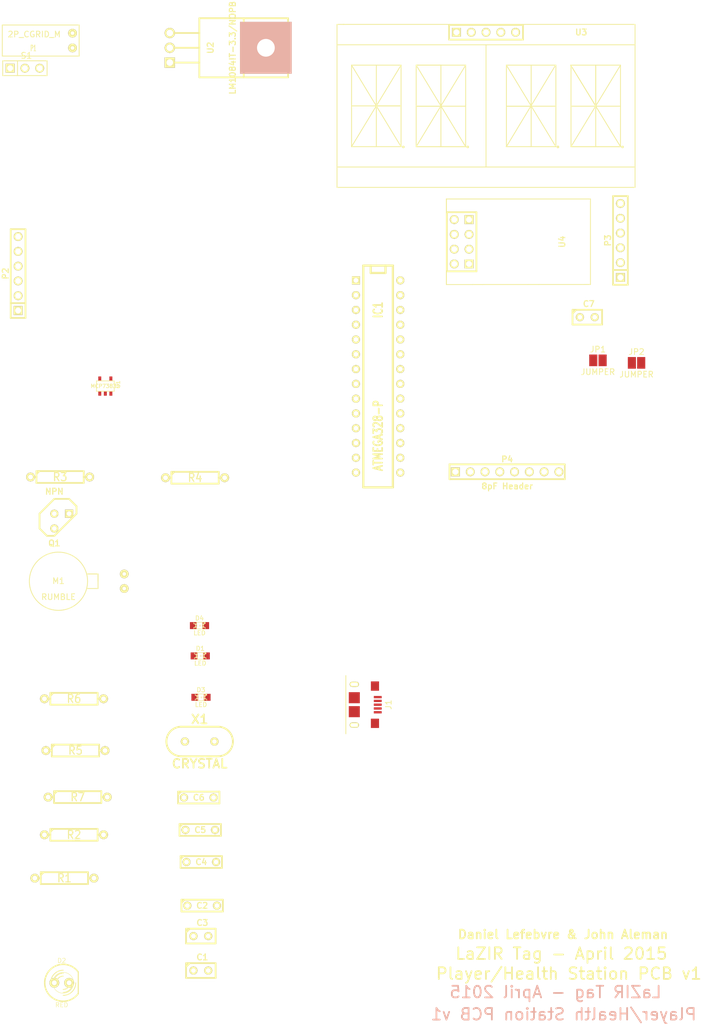
<source format=kicad_pcb>
(kicad_pcb (version 3) (host pcbnew "(2013-07-07 BZR 4022)-stable")

  (general
    (links 73)
    (no_connects 73)
    (area 20.410312 25.939045 143.355526 203.48)
    (thickness 1.6)
    (drawings 5)
    (tracks 0)
    (zones 0)
    (modules 34)
    (nets 32)
  )

  (page A3)
  (layers
    (15 F.Cu signal)
    (0 B.Cu signal)
    (16 B.Adhes user hide)
    (17 F.Adhes user hide)
    (18 B.Paste user hide)
    (19 F.Paste user hide)
    (20 B.SilkS user)
    (21 F.SilkS user)
    (22 B.Mask user hide)
    (23 F.Mask user hide)
    (24 Dwgs.User user hide)
    (25 Cmts.User user hide)
    (26 Eco1.User user hide)
    (27 Eco2.User user hide)
    (28 Edge.Cuts user)
  )

  (setup
    (last_trace_width 0.254)
    (trace_clearance 0.254)
    (zone_clearance 0.508)
    (zone_45_only no)
    (trace_min 0.254)
    (segment_width 0.2)
    (edge_width 0.1)
    (via_size 0.889)
    (via_drill 0.635)
    (via_min_size 0.889)
    (via_min_drill 0.508)
    (uvia_size 0.508)
    (uvia_drill 0.127)
    (uvias_allowed no)
    (uvia_min_size 0.508)
    (uvia_min_drill 0.127)
    (pcb_text_width 0.3)
    (pcb_text_size 1.5 1.5)
    (mod_edge_width 0.15)
    (mod_text_size 1 1)
    (mod_text_width 0.15)
    (pad_size 1.4 2)
    (pad_drill 0)
    (pad_to_mask_clearance 0)
    (aux_axis_origin 0 0)
    (visible_elements 7FFFFFFF)
    (pcbplotparams
      (layerselection 3178497)
      (usegerberextensions true)
      (excludeedgelayer true)
      (linewidth 0.150000)
      (plotframeref false)
      (viasonmask false)
      (mode 1)
      (useauxorigin false)
      (hpglpennumber 1)
      (hpglpenspeed 20)
      (hpglpendiameter 15)
      (hpglpenoverlay 2)
      (psnegative false)
      (psa4output false)
      (plotreference true)
      (plotvalue true)
      (plotothertext true)
      (plotinvisibletext false)
      (padsonsilk false)
      (subtractmaskfromsilk false)
      (outputformat 1)
      (mirror false)
      (drillshape 1)
      (scaleselection 1)
      (outputdirectory ""))
  )

  (net 0 "")
  (net 1 +3.3V)
  (net 2 GND)
  (net 3 "I2C CLK")
  (net 4 "I2C DAT")
  (net 5 "IR Sense")
  (net 6 "LED B")
  (net 7 "LED G")
  (net 8 "LED R")
  (net 9 MISO)
  (net 10 MOSI)
  (net 11 N-000001)
  (net 12 N-0000015)
  (net 13 N-0000017)
  (net 14 N-0000019)
  (net 15 N-000002)
  (net 16 N-0000022)
  (net 17 N-0000023)
  (net 18 N-0000026)
  (net 19 N-0000029)
  (net 20 N-0000030)
  (net 21 N-000004)
  (net 22 N-000005)
  (net 23 N-000006)
  (net 24 Reset)
  (net 25 Rumble)
  (net 26 SCK)
  (net 27 "UART RX")
  (net 28 "UART TX")
  (net 29 USBV)
  (net 30 VBatt)
  (net 31 VSense)

  (net_class Default "This is the default net class."
    (clearance 0.254)
    (trace_width 0.254)
    (via_dia 0.889)
    (via_drill 0.635)
    (uvia_dia 0.508)
    (uvia_drill 0.127)
    (add_net "")
    (add_net +3.3V)
    (add_net GND)
    (add_net "I2C CLK")
    (add_net "I2C DAT")
    (add_net "IR Sense")
    (add_net "LED B")
    (add_net "LED G")
    (add_net "LED R")
    (add_net MISO)
    (add_net MOSI)
    (add_net N-000001)
    (add_net N-0000015)
    (add_net N-0000017)
    (add_net N-0000019)
    (add_net N-000002)
    (add_net N-0000022)
    (add_net N-0000023)
    (add_net N-0000026)
    (add_net N-0000029)
    (add_net N-0000030)
    (add_net N-000004)
    (add_net N-000005)
    (add_net N-000006)
    (add_net Reset)
    (add_net Rumble)
    (add_net SCK)
    (add_net "UART RX")
    (add_net "UART TX")
    (add_net USBV)
    (add_net VBatt)
    (add_net VSense)
  )

  (module TO92 (layer F.Cu) (tedit 443CFFD1) (tstamp 5530896C)
    (at 33.274 117.1956)
    (descr "Transistor TO92 brochage type BC237")
    (tags "TR TO92")
    (path /5528377F)
    (fp_text reference Q1 (at -1.27 3.81) (layer F.SilkS)
      (effects (font (size 1.016 1.016) (thickness 0.2032)))
    )
    (fp_text value NPN (at -1.27 -5.08) (layer F.SilkS)
      (effects (font (size 1.016 1.016) (thickness 0.2032)))
    )
    (fp_line (start -1.27 2.54) (end 2.54 -1.27) (layer F.SilkS) (width 0.3048))
    (fp_line (start 2.54 -1.27) (end 2.54 -2.54) (layer F.SilkS) (width 0.3048))
    (fp_line (start 2.54 -2.54) (end 1.27 -3.81) (layer F.SilkS) (width 0.3048))
    (fp_line (start 1.27 -3.81) (end -1.27 -3.81) (layer F.SilkS) (width 0.3048))
    (fp_line (start -1.27 -3.81) (end -3.81 -1.27) (layer F.SilkS) (width 0.3048))
    (fp_line (start -3.81 -1.27) (end -3.81 1.27) (layer F.SilkS) (width 0.3048))
    (fp_line (start -3.81 1.27) (end -2.54 2.54) (layer F.SilkS) (width 0.3048))
    (fp_line (start -2.54 2.54) (end -1.27 2.54) (layer F.SilkS) (width 0.3048))
    (pad 1 thru_hole rect (at 1.27 -1.27) (size 1.397 1.397) (drill 0.8128)
      (layers *.Cu *.Mask F.SilkS)
      (net 17 N-0000023)
    )
    (pad 2 thru_hole circle (at -1.27 -1.27) (size 1.397 1.397) (drill 0.8128)
      (layers *.Cu *.Mask F.SilkS)
      (net 13 N-0000017)
    )
    (pad 3 thru_hole circle (at -1.27 1.27) (size 1.397 1.397) (drill 0.8128)
      (layers *.Cu *.Mask F.SilkS)
      (net 30 VBatt)
    )
    (model discret/to98.wrl
      (at (xyz 0 0 0))
      (scale (xyz 1 1 1))
      (rotate (xyz 0 0 0))
    )
  )

  (module TO220 (layer F.Cu) (tedit 200000) (tstamp 5530897D)
    (at 51.8414 35.8902)
    (descr "Transistor TO 220")
    (tags "TR TO220 DEV")
    (path /5501240B)
    (fp_text reference U2 (at 6.985 0 90) (layer F.SilkS)
      (effects (font (size 1.016 1.016) (thickness 0.2032)))
    )
    (fp_text value LM1084IT-3.3/NOPB (at 10.795 0 90) (layer F.SilkS)
      (effects (font (size 1.016 1.016) (thickness 0.2032)))
    )
    (fp_line (start 0 -2.54) (end 5.08 -2.54) (layer F.SilkS) (width 0.3048))
    (fp_line (start 0 0) (end 5.08 0) (layer F.SilkS) (width 0.3048))
    (fp_line (start 0 2.54) (end 5.08 2.54) (layer F.SilkS) (width 0.3048))
    (fp_line (start 5.08 5.08) (end 20.32 5.08) (layer F.SilkS) (width 0.3048))
    (fp_line (start 20.32 5.08) (end 20.32 -5.08) (layer F.SilkS) (width 0.3048))
    (fp_line (start 20.32 -5.08) (end 5.08 -5.08) (layer F.SilkS) (width 0.3048))
    (fp_line (start 5.08 -5.08) (end 5.08 5.08) (layer F.SilkS) (width 0.3048))
    (fp_line (start 12.7 3.81) (end 12.7 -5.08) (layer F.SilkS) (width 0.3048))
    (fp_line (start 12.7 3.81) (end 12.7 5.08) (layer F.SilkS) (width 0.3048))
    (pad 1 thru_hole rect (at 0 2.54) (size 1.778 1.778) (drill 1.143)
      (layers *.Cu *.Mask F.SilkS)
      (net 2 GND)
    )
    (pad 2 thru_hole circle (at 0 -2.54) (size 1.778 1.778) (drill 1.143)
      (layers *.Cu *.Mask F.SilkS)
      (net 21 N-000004)
    )
    (pad 3 thru_hole circle (at 0 0) (size 1.778 1.778) (drill 1.143)
      (layers *.Cu *.Mask F.SilkS)
      (net 22 N-000005)
    )
    (pad 4 thru_hole rect (at 16.51 0) (size 8.89 8.89) (drill 3.048)
      (layers *.Cu *.SilkS *.Mask)
    )
    (model discret/to220_horiz.wrl
      (at (xyz 0 0 0))
      (scale (xyz 1 1 1))
      (rotate (xyz 0 0 0))
    )
  )

  (module SOT23-5 (layer F.Cu) (tedit 4ECF78EF) (tstamp 5530898A)
    (at 40.767 94.0054)
    (path /55011069)
    (attr smd)
    (fp_text reference U1 (at 2.19964 -0.29972 90) (layer F.SilkS)
      (effects (font (size 0.635 0.635) (thickness 0.127)))
    )
    (fp_text value MCP73831 (at 0 0) (layer F.SilkS)
      (effects (font (size 0.635 0.635) (thickness 0.127)))
    )
    (fp_line (start 1.524 -0.889) (end 1.524 0.889) (layer F.SilkS) (width 0.127))
    (fp_line (start 1.524 0.889) (end -1.524 0.889) (layer F.SilkS) (width 0.127))
    (fp_line (start -1.524 0.889) (end -1.524 -0.889) (layer F.SilkS) (width 0.127))
    (fp_line (start -1.524 -0.889) (end 1.524 -0.889) (layer F.SilkS) (width 0.127))
    (pad 1 smd rect (at -0.9525 1.27) (size 0.508 0.762)
      (layers F.Cu F.Paste F.Mask)
      (net 20 N-0000030)
    )
    (pad 3 smd rect (at 0.9525 1.27) (size 0.508 0.762)
      (layers F.Cu F.Paste F.Mask)
      (net 30 VBatt)
    )
    (pad 5 smd rect (at -0.9525 -1.27) (size 0.508 0.762)
      (layers F.Cu F.Paste F.Mask)
      (net 11 N-000001)
    )
    (pad 2 smd rect (at 0 1.27) (size 0.508 0.762)
      (layers F.Cu F.Paste F.Mask)
      (net 2 GND)
    )
    (pad 4 smd rect (at 0.9525 -1.27) (size 0.508 0.762)
      (layers F.Cu F.Paste F.Mask)
      (net 29 USBV)
    )
    (model smd/SOT23_5.wrl
      (at (xyz 0 0 0))
      (scale (xyz 0.1 0.1 0.1))
      (rotate (xyz 0 0 0))
    )
  )

  (module RumbleMotor (layer F.Cu) (tedit 55308669) (tstamp 55308996)
    (at 32.7152 127.5334)
    (path /55283EDD)
    (fp_text reference M1 (at 0 -0.05) (layer F.SilkS)
      (effects (font (size 1 1) (thickness 0.15)))
    )
    (fp_text value RUMBLE (at 0 2.7) (layer F.SilkS)
      (effects (font (size 1 1) (thickness 0.15)))
    )
    (fp_line (start 6.8 0) (end 6.8 -1.25) (layer F.SilkS) (width 0.15))
    (fp_line (start 6.8 -1.25) (end 4.85 -1.25) (layer F.SilkS) (width 0.15))
    (fp_line (start 4.85 -1.25) (end 6.8 -1.25) (layer F.SilkS) (width 0.15))
    (fp_line (start 6.8 -1.25) (end 6.8 1.25) (layer F.SilkS) (width 0.15))
    (fp_line (start 6.8 1.25) (end 4.85 1.25) (layer F.SilkS) (width 0.15))
    (fp_circle (center 0 0) (end 5 0) (layer F.SilkS) (width 0.15))
    (pad 2 thru_hole circle (at 11.3 -1.25) (size 1.5 1.5) (drill 0.6)
      (layers *.Cu *.Mask F.SilkS)
      (net 2 GND)
    )
    (pad 1 thru_hole circle (at 11.3 1.25) (size 1.5 1.5) (drill 0.6)
      (layers *.Cu *.Mask F.SilkS)
      (net 17 N-0000023)
    )
  )

  (module R4 (layer F.Cu) (tedit 200000) (tstamp 553089A4)
    (at 32.9946 109.6264)
    (descr "Resitance 4 pas")
    (tags R)
    (path /55280D64)
    (autoplace_cost180 10)
    (fp_text reference R3 (at 0 0) (layer F.SilkS)
      (effects (font (size 1.397 1.27) (thickness 0.2032)))
    )
    (fp_text value 10k (at 0 0) (layer F.SilkS) hide
      (effects (font (size 1.397 1.27) (thickness 0.2032)))
    )
    (fp_line (start -5.08 0) (end -4.064 0) (layer F.SilkS) (width 0.3048))
    (fp_line (start -4.064 0) (end -4.064 -1.016) (layer F.SilkS) (width 0.3048))
    (fp_line (start -4.064 -1.016) (end 4.064 -1.016) (layer F.SilkS) (width 0.3048))
    (fp_line (start 4.064 -1.016) (end 4.064 1.016) (layer F.SilkS) (width 0.3048))
    (fp_line (start 4.064 1.016) (end -4.064 1.016) (layer F.SilkS) (width 0.3048))
    (fp_line (start -4.064 1.016) (end -4.064 0) (layer F.SilkS) (width 0.3048))
    (fp_line (start -4.064 -0.508) (end -3.556 -1.016) (layer F.SilkS) (width 0.3048))
    (fp_line (start 5.08 0) (end 4.064 0) (layer F.SilkS) (width 0.3048))
    (pad 1 thru_hole circle (at -5.08 0) (size 1.524 1.524) (drill 0.8128)
      (layers *.Cu *.Mask F.SilkS)
      (net 31 VSense)
    )
    (pad 2 thru_hole circle (at 5.08 0) (size 1.524 1.524) (drill 0.8128)
      (layers *.Cu *.Mask F.SilkS)
      (net 2 GND)
    )
    (model discret/resistor.wrl
      (at (xyz 0 0 0))
      (scale (xyz 0.4 0.4 0.4))
      (rotate (xyz 0 0 0))
    )
  )

  (module R4 (layer F.Cu) (tedit 200000) (tstamp 553089B2)
    (at 35.3822 147.7264)
    (descr "Resitance 4 pas")
    (tags R)
    (path /5528379B)
    (autoplace_cost180 10)
    (fp_text reference R6 (at 0 0) (layer F.SilkS)
      (effects (font (size 1.397 1.27) (thickness 0.2032)))
    )
    (fp_text value 1k (at 0 0) (layer F.SilkS) hide
      (effects (font (size 1.397 1.27) (thickness 0.2032)))
    )
    (fp_line (start -5.08 0) (end -4.064 0) (layer F.SilkS) (width 0.3048))
    (fp_line (start -4.064 0) (end -4.064 -1.016) (layer F.SilkS) (width 0.3048))
    (fp_line (start -4.064 -1.016) (end 4.064 -1.016) (layer F.SilkS) (width 0.3048))
    (fp_line (start 4.064 -1.016) (end 4.064 1.016) (layer F.SilkS) (width 0.3048))
    (fp_line (start 4.064 1.016) (end -4.064 1.016) (layer F.SilkS) (width 0.3048))
    (fp_line (start -4.064 1.016) (end -4.064 0) (layer F.SilkS) (width 0.3048))
    (fp_line (start -4.064 -0.508) (end -3.556 -1.016) (layer F.SilkS) (width 0.3048))
    (fp_line (start 5.08 0) (end 4.064 0) (layer F.SilkS) (width 0.3048))
    (pad 1 thru_hole circle (at -5.08 0) (size 1.524 1.524) (drill 0.8128)
      (layers *.Cu *.Mask F.SilkS)
      (net 25 Rumble)
    )
    (pad 2 thru_hole circle (at 5.08 0) (size 1.524 1.524) (drill 0.8128)
      (layers *.Cu *.Mask F.SilkS)
      (net 12 N-0000015)
    )
    (model discret/resistor.wrl
      (at (xyz 0 0 0))
      (scale (xyz 0.4 0.4 0.4))
      (rotate (xyz 0 0 0))
    )
  )

  (module R4 (layer F.Cu) (tedit 200000) (tstamp 553089C0)
    (at 35.6362 156.6164)
    (descr "Resitance 4 pas")
    (tags R)
    (path /5528378E)
    (autoplace_cost180 10)
    (fp_text reference R5 (at 0 0) (layer F.SilkS)
      (effects (font (size 1.397 1.27) (thickness 0.2032)))
    )
    (fp_text value 560 (at 0 0) (layer F.SilkS) hide
      (effects (font (size 1.397 1.27) (thickness 0.2032)))
    )
    (fp_line (start -5.08 0) (end -4.064 0) (layer F.SilkS) (width 0.3048))
    (fp_line (start -4.064 0) (end -4.064 -1.016) (layer F.SilkS) (width 0.3048))
    (fp_line (start -4.064 -1.016) (end 4.064 -1.016) (layer F.SilkS) (width 0.3048))
    (fp_line (start 4.064 -1.016) (end 4.064 1.016) (layer F.SilkS) (width 0.3048))
    (fp_line (start 4.064 1.016) (end -4.064 1.016) (layer F.SilkS) (width 0.3048))
    (fp_line (start -4.064 1.016) (end -4.064 0) (layer F.SilkS) (width 0.3048))
    (fp_line (start -4.064 -0.508) (end -3.556 -1.016) (layer F.SilkS) (width 0.3048))
    (fp_line (start 5.08 0) (end 4.064 0) (layer F.SilkS) (width 0.3048))
    (pad 1 thru_hole circle (at -5.08 0) (size 1.524 1.524) (drill 0.8128)
      (layers *.Cu *.Mask F.SilkS)
      (net 25 Rumble)
    )
    (pad 2 thru_hole circle (at 5.08 0) (size 1.524 1.524) (drill 0.8128)
      (layers *.Cu *.Mask F.SilkS)
      (net 13 N-0000017)
    )
    (model discret/resistor.wrl
      (at (xyz 0 0 0))
      (scale (xyz 0.4 0.4 0.4))
      (rotate (xyz 0 0 0))
    )
  )

  (module R4 (layer F.Cu) (tedit 200000) (tstamp 553089CE)
    (at 36.0172 164.6174)
    (descr "Resitance 4 pas")
    (tags R)
    (path /55282E5A)
    (autoplace_cost180 10)
    (fp_text reference R7 (at 0 0) (layer F.SilkS)
      (effects (font (size 1.397 1.27) (thickness 0.2032)))
    )
    (fp_text value 10k (at 0 0) (layer F.SilkS) hide
      (effects (font (size 1.397 1.27) (thickness 0.2032)))
    )
    (fp_line (start -5.08 0) (end -4.064 0) (layer F.SilkS) (width 0.3048))
    (fp_line (start -4.064 0) (end -4.064 -1.016) (layer F.SilkS) (width 0.3048))
    (fp_line (start -4.064 -1.016) (end 4.064 -1.016) (layer F.SilkS) (width 0.3048))
    (fp_line (start 4.064 -1.016) (end 4.064 1.016) (layer F.SilkS) (width 0.3048))
    (fp_line (start 4.064 1.016) (end -4.064 1.016) (layer F.SilkS) (width 0.3048))
    (fp_line (start -4.064 1.016) (end -4.064 0) (layer F.SilkS) (width 0.3048))
    (fp_line (start -4.064 -0.508) (end -3.556 -1.016) (layer F.SilkS) (width 0.3048))
    (fp_line (start 5.08 0) (end 4.064 0) (layer F.SilkS) (width 0.3048))
    (pad 1 thru_hole circle (at -5.08 0) (size 1.524 1.524) (drill 0.8128)
      (layers *.Cu *.Mask F.SilkS)
      (net 1 +3.3V)
    )
    (pad 2 thru_hole circle (at 5.08 0) (size 1.524 1.524) (drill 0.8128)
      (layers *.Cu *.Mask F.SilkS)
      (net 24 Reset)
    )
    (model discret/resistor.wrl
      (at (xyz 0 0 0))
      (scale (xyz 0.4 0.4 0.4))
      (rotate (xyz 0 0 0))
    )
  )

  (module R4 (layer F.Cu) (tedit 200000) (tstamp 553089DC)
    (at 35.3822 171.0944)
    (descr "Resitance 4 pas")
    (tags R)
    (path /55280D5E)
    (autoplace_cost180 10)
    (fp_text reference R2 (at 0 0) (layer F.SilkS)
      (effects (font (size 1.397 1.27) (thickness 0.2032)))
    )
    (fp_text value 10k (at 0 0) (layer F.SilkS) hide
      (effects (font (size 1.397 1.27) (thickness 0.2032)))
    )
    (fp_line (start -5.08 0) (end -4.064 0) (layer F.SilkS) (width 0.3048))
    (fp_line (start -4.064 0) (end -4.064 -1.016) (layer F.SilkS) (width 0.3048))
    (fp_line (start -4.064 -1.016) (end 4.064 -1.016) (layer F.SilkS) (width 0.3048))
    (fp_line (start 4.064 -1.016) (end 4.064 1.016) (layer F.SilkS) (width 0.3048))
    (fp_line (start 4.064 1.016) (end -4.064 1.016) (layer F.SilkS) (width 0.3048))
    (fp_line (start -4.064 1.016) (end -4.064 0) (layer F.SilkS) (width 0.3048))
    (fp_line (start -4.064 -0.508) (end -3.556 -1.016) (layer F.SilkS) (width 0.3048))
    (fp_line (start 5.08 0) (end 4.064 0) (layer F.SilkS) (width 0.3048))
    (pad 1 thru_hole circle (at -5.08 0) (size 1.524 1.524) (drill 0.8128)
      (layers *.Cu *.Mask F.SilkS)
      (net 22 N-000005)
    )
    (pad 2 thru_hole circle (at 5.08 0) (size 1.524 1.524) (drill 0.8128)
      (layers *.Cu *.Mask F.SilkS)
      (net 31 VSense)
    )
    (model discret/resistor.wrl
      (at (xyz 0 0 0))
      (scale (xyz 0.4 0.4 0.4))
      (rotate (xyz 0 0 0))
    )
  )

  (module R4 (layer F.Cu) (tedit 200000) (tstamp 553089EA)
    (at 33.7312 178.5366)
    (descr "Resitance 4 pas")
    (tags R)
    (path /55011089)
    (autoplace_cost180 10)
    (fp_text reference R1 (at 0 0) (layer F.SilkS)
      (effects (font (size 1.397 1.27) (thickness 0.2032)))
    )
    (fp_text value 330 (at 0 0) (layer F.SilkS) hide
      (effects (font (size 1.397 1.27) (thickness 0.2032)))
    )
    (fp_line (start -5.08 0) (end -4.064 0) (layer F.SilkS) (width 0.3048))
    (fp_line (start -4.064 0) (end -4.064 -1.016) (layer F.SilkS) (width 0.3048))
    (fp_line (start -4.064 -1.016) (end 4.064 -1.016) (layer F.SilkS) (width 0.3048))
    (fp_line (start 4.064 -1.016) (end 4.064 1.016) (layer F.SilkS) (width 0.3048))
    (fp_line (start 4.064 1.016) (end -4.064 1.016) (layer F.SilkS) (width 0.3048))
    (fp_line (start -4.064 1.016) (end -4.064 0) (layer F.SilkS) (width 0.3048))
    (fp_line (start -4.064 -0.508) (end -3.556 -1.016) (layer F.SilkS) (width 0.3048))
    (fp_line (start 5.08 0) (end 4.064 0) (layer F.SilkS) (width 0.3048))
    (pad 1 thru_hole circle (at -5.08 0) (size 1.524 1.524) (drill 0.8128)
      (layers *.Cu *.Mask F.SilkS)
      (net 29 USBV)
    )
    (pad 2 thru_hole circle (at 5.08 0) (size 1.524 1.524) (drill 0.8128)
      (layers *.Cu *.Mask F.SilkS)
      (net 15 N-000002)
    )
    (model discret/resistor.wrl
      (at (xyz 0 0 0))
      (scale (xyz 0.4 0.4 0.4))
      (rotate (xyz 0 0 0))
    )
  )

  (module R4 (layer F.Cu) (tedit 200000) (tstamp 553089F8)
    (at 56.1848 109.7534)
    (descr "Resitance 4 pas")
    (tags R)
    (path /550112AC)
    (autoplace_cost180 10)
    (fp_text reference R4 (at 0 0) (layer F.SilkS)
      (effects (font (size 1.397 1.27) (thickness 0.2032)))
    )
    (fp_text value 2k (at 0 0) (layer F.SilkS) hide
      (effects (font (size 1.397 1.27) (thickness 0.2032)))
    )
    (fp_line (start -5.08 0) (end -4.064 0) (layer F.SilkS) (width 0.3048))
    (fp_line (start -4.064 0) (end -4.064 -1.016) (layer F.SilkS) (width 0.3048))
    (fp_line (start -4.064 -1.016) (end 4.064 -1.016) (layer F.SilkS) (width 0.3048))
    (fp_line (start 4.064 -1.016) (end 4.064 1.016) (layer F.SilkS) (width 0.3048))
    (fp_line (start 4.064 1.016) (end -4.064 1.016) (layer F.SilkS) (width 0.3048))
    (fp_line (start -4.064 1.016) (end -4.064 0) (layer F.SilkS) (width 0.3048))
    (fp_line (start -4.064 -0.508) (end -3.556 -1.016) (layer F.SilkS) (width 0.3048))
    (fp_line (start 5.08 0) (end 4.064 0) (layer F.SilkS) (width 0.3048))
    (pad 1 thru_hole circle (at -5.08 0) (size 1.524 1.524) (drill 0.8128)
      (layers *.Cu *.Mask F.SilkS)
      (net 11 N-000001)
    )
    (pad 2 thru_hole circle (at 5.08 0) (size 1.524 1.524) (drill 0.8128)
      (layers *.Cu *.Mask F.SilkS)
      (net 2 GND)
    )
    (model discret/resistor.wrl
      (at (xyz 0 0 0))
      (scale (xyz 0.4 0.4 0.4))
      (rotate (xyz 0 0 0))
    )
  )

  (module PIN_ARRAY_3X1 (layer F.Cu) (tedit 4C1130E0) (tstamp 55308A04)
    (at 26.9494 39.3954)
    (descr "Connecteur 3 pins")
    (tags "CONN DEV")
    (path /55280BDF)
    (fp_text reference S1 (at 0.254 -2.159) (layer F.SilkS)
      (effects (font (size 1.016 1.016) (thickness 0.1524)))
    )
    (fp_text value SLIDESWITCH (at 0 -2.159) (layer F.SilkS) hide
      (effects (font (size 1.016 1.016) (thickness 0.1524)))
    )
    (fp_line (start -3.81 1.27) (end -3.81 -1.27) (layer F.SilkS) (width 0.1524))
    (fp_line (start -3.81 -1.27) (end 3.81 -1.27) (layer F.SilkS) (width 0.1524))
    (fp_line (start 3.81 -1.27) (end 3.81 1.27) (layer F.SilkS) (width 0.1524))
    (fp_line (start 3.81 1.27) (end -3.81 1.27) (layer F.SilkS) (width 0.1524))
    (fp_line (start -1.27 -1.27) (end -1.27 1.27) (layer F.SilkS) (width 0.1524))
    (pad 1 thru_hole rect (at -2.54 0) (size 1.524 1.524) (drill 1.016)
      (layers *.Cu *.Mask F.SilkS)
      (net 23 N-000006)
    )
    (pad 2 thru_hole circle (at 0 0) (size 1.524 1.524) (drill 1.016)
      (layers *.Cu *.Mask F.SilkS)
      (net 30 VBatt)
    )
    (pad 3 thru_hole circle (at 2.54 0) (size 1.524 1.524) (drill 1.016)
      (layers *.Cu *.Mask F.SilkS)
    )
    (model pin_array/pins_array_3x1.wrl
      (at (xyz 0 0 0))
      (scale (xyz 1 1 1))
      (rotate (xyz 0 0 0))
    )
  )

  (module PIN_ARRAY-6X1 (layer F.Cu) (tedit 41402119) (tstamp 55308A22)
    (at 25.781 74.676 90)
    (descr "Connecteur 6 pins")
    (tags "CONN DEV")
    (path /55282A50)
    (fp_text reference P2 (at 0 -2.159 90) (layer F.SilkS)
      (effects (font (size 1.016 1.016) (thickness 0.2032)))
    )
    (fp_text value "6pM CGrid" (at 0 2.159 90) (layer F.SilkS) hide
      (effects (font (size 1.016 0.889) (thickness 0.2032)))
    )
    (fp_line (start -7.62 1.27) (end -7.62 -1.27) (layer F.SilkS) (width 0.3048))
    (fp_line (start -7.62 -1.27) (end 7.62 -1.27) (layer F.SilkS) (width 0.3048))
    (fp_line (start 7.62 -1.27) (end 7.62 1.27) (layer F.SilkS) (width 0.3048))
    (fp_line (start 7.62 1.27) (end -7.62 1.27) (layer F.SilkS) (width 0.3048))
    (fp_line (start -5.08 1.27) (end -5.08 -1.27) (layer F.SilkS) (width 0.3048))
    (pad 1 thru_hole rect (at -6.35 0 90) (size 1.524 1.524) (drill 1.016)
      (layers *.Cu *.Mask F.SilkS)
      (net 2 GND)
    )
    (pad 2 thru_hole circle (at -3.81 0 90) (size 1.524 1.524) (drill 1.016)
      (layers *.Cu *.Mask F.SilkS)
      (net 1 +3.3V)
    )
    (pad 3 thru_hole circle (at -1.27 0 90) (size 1.524 1.524) (drill 1.016)
      (layers *.Cu *.Mask F.SilkS)
      (net 5 "IR Sense")
    )
    (pad 4 thru_hole circle (at 1.27 0 90) (size 1.524 1.524) (drill 1.016)
      (layers *.Cu *.Mask F.SilkS)
      (net 7 "LED G")
    )
    (pad 5 thru_hole circle (at 3.81 0 90) (size 1.524 1.524) (drill 1.016)
      (layers *.Cu *.Mask F.SilkS)
      (net 6 "LED B")
    )
    (pad 6 thru_hole circle (at 6.35 0 90) (size 1.524 1.524) (drill 1.016)
      (layers *.Cu *.Mask F.SilkS)
      (net 8 "LED R")
    )
    (model pin_array/pins_array_6x1.wrl
      (at (xyz 0 0 0))
      (scale (xyz 1 1 1))
      (rotate (xyz 0 0 0))
    )
  )

  (module MicroUSB (layer F.Cu) (tedit 550BB004) (tstamp 55308A42)
    (at 83.5406 148.7424 270)
    (path /5501100F)
    (fp_text reference J1 (at 0 -5.875 270) (layer F.SilkS)
      (effects (font (size 1 1) (thickness 0.15)))
    )
    (fp_text value MICRO_USB (at 0 2.625 270) (layer F.SilkS) hide
      (effects (font (size 1 1) (thickness 0.15)))
    )
    (fp_line (start 0.025 1.45) (end -5 1.45) (layer F.SilkS) (width 0.15))
    (fp_line (start 0 1.45) (end 5 1.45) (layer F.SilkS) (width 0.15))
    (pad 1 smd rect (at -1.3 -4.025 270) (size 0.4 1.35)
      (layers F.Cu F.Paste F.Mask)
    )
    (pad 2 smd rect (at -0.65 -4.025 270) (size 0.4 1.35)
      (layers F.Cu F.Paste F.Mask)
    )
    (pad 3 smd rect (at 0 -4.025 270) (size 0.4 1.35)
      (layers F.Cu F.Paste F.Mask)
      (net 29 USBV)
    )
    (pad 4 smd rect (at 0.65 -4.025 270) (size 0.4 1.35)
      (layers F.Cu F.Paste F.Mask)
      (net 2 GND)
    )
    (pad 5 smd rect (at 1.3 -4.025 270) (size 0.4 1.35)
      (layers F.Cu F.Paste F.Mask)
    )
    (pad 6 smd rect (at -3.2 -3.55 270) (size 1.6 1.4)
      (layers F.Cu F.Paste F.Mask)
    )
    (pad 7 smd rect (at 3.2 -3.55 270) (size 1.6 1.4)
      (layers F.Cu F.Paste F.Mask)
    )
    (pad 8 thru_hole oval (at -3.5 0 270) (size 0.9 1.6) (drill oval 0.5 1.2)
      (layers *.Cu *.Mask F.SilkS)
    )
    (pad 9 thru_hole oval (at 3.5 0 270) (size 0.9 1.6) (drill oval 0.5 1.2)
      (layers *.Cu *.Mask F.SilkS)
    )
    (pad 10 smd rect (at -1.2 0 270) (size 1.9 1.9)
      (layers F.Cu F.Paste F.Mask)
    )
    (pad 11 smd rect (at 1.2 0 270) (size 1.9 1.9)
      (layers F.Cu F.Paste F.Mask)
    )
  )

  (module LED-5MM (layer F.Cu) (tedit 50ADE86B) (tstamp 55308A51)
    (at 33.274 196.5198)
    (descr "LED 5mm - Lead pitch 100mil (2,54mm)")
    (tags "LED led 5mm 5MM 100mil 2,54mm")
    (path /550110A7)
    (fp_text reference D2 (at 0 -3.81) (layer F.SilkS)
      (effects (font (size 0.762 0.762) (thickness 0.0889)))
    )
    (fp_text value RED (at 0 3.81) (layer F.SilkS)
      (effects (font (size 0.762 0.762) (thickness 0.0889)))
    )
    (fp_line (start 2.8448 1.905) (end 2.8448 -1.905) (layer F.SilkS) (width 0.2032))
    (fp_circle (center 0.254 0) (end -1.016 1.27) (layer F.SilkS) (width 0.0762))
    (fp_arc (start 0.254 0) (end 2.794 1.905) (angle 286.2) (layer F.SilkS) (width 0.254))
    (fp_arc (start 0.254 0) (end -0.889 0) (angle 90) (layer F.SilkS) (width 0.1524))
    (fp_arc (start 0.254 0) (end 1.397 0) (angle 90) (layer F.SilkS) (width 0.1524))
    (fp_arc (start 0.254 0) (end -1.397 0) (angle 90) (layer F.SilkS) (width 0.1524))
    (fp_arc (start 0.254 0) (end 1.905 0) (angle 90) (layer F.SilkS) (width 0.1524))
    (fp_arc (start 0.254 0) (end -1.905 0) (angle 90) (layer F.SilkS) (width 0.1524))
    (fp_arc (start 0.254 0) (end 2.413 0) (angle 90) (layer F.SilkS) (width 0.1524))
    (pad 1 thru_hole circle (at -1.27 0) (size 1.6764 1.6764) (drill 0.8128)
      (layers *.Cu *.Mask F.SilkS)
      (net 15 N-000002)
    )
    (pad 2 thru_hole circle (at 1.27 0) (size 1.6764 1.6764) (drill 0.8128)
      (layers *.Cu *.Mask F.SilkS)
      (net 20 N-0000030)
    )
    (model discret/leds/led5_vertical_verde.wrl
      (at (xyz 0 0 0))
      (scale (xyz 1 1 1))
      (rotate (xyz 0 0 0))
    )
  )

  (module LED-0805 (layer F.Cu) (tedit 49DC4C0B) (tstamp 55308A8C)
    (at 56.9468 135.1534)
    (descr "LED 0805 smd package")
    (tags "LED 0805 SMD")
    (path /552837A7)
    (attr smd)
    (fp_text reference D4 (at 0 -1.27) (layer F.SilkS)
      (effects (font (size 0.762 0.762) (thickness 0.127)))
    )
    (fp_text value LED (at 0 1.27) (layer F.SilkS)
      (effects (font (size 0.762 0.762) (thickness 0.127)))
    )
    (fp_line (start 0.49784 0.29972) (end 0.49784 0.62484) (layer F.SilkS) (width 0.06604))
    (fp_line (start 0.49784 0.62484) (end 0.99822 0.62484) (layer F.SilkS) (width 0.06604))
    (fp_line (start 0.99822 0.29972) (end 0.99822 0.62484) (layer F.SilkS) (width 0.06604))
    (fp_line (start 0.49784 0.29972) (end 0.99822 0.29972) (layer F.SilkS) (width 0.06604))
    (fp_line (start 0.49784 -0.32258) (end 0.49784 -0.17272) (layer F.SilkS) (width 0.06604))
    (fp_line (start 0.49784 -0.17272) (end 0.7493 -0.17272) (layer F.SilkS) (width 0.06604))
    (fp_line (start 0.7493 -0.32258) (end 0.7493 -0.17272) (layer F.SilkS) (width 0.06604))
    (fp_line (start 0.49784 -0.32258) (end 0.7493 -0.32258) (layer F.SilkS) (width 0.06604))
    (fp_line (start 0.49784 0.17272) (end 0.49784 0.32258) (layer F.SilkS) (width 0.06604))
    (fp_line (start 0.49784 0.32258) (end 0.7493 0.32258) (layer F.SilkS) (width 0.06604))
    (fp_line (start 0.7493 0.17272) (end 0.7493 0.32258) (layer F.SilkS) (width 0.06604))
    (fp_line (start 0.49784 0.17272) (end 0.7493 0.17272) (layer F.SilkS) (width 0.06604))
    (fp_line (start 0.49784 -0.19812) (end 0.49784 0.19812) (layer F.SilkS) (width 0.06604))
    (fp_line (start 0.49784 0.19812) (end 0.6731 0.19812) (layer F.SilkS) (width 0.06604))
    (fp_line (start 0.6731 -0.19812) (end 0.6731 0.19812) (layer F.SilkS) (width 0.06604))
    (fp_line (start 0.49784 -0.19812) (end 0.6731 -0.19812) (layer F.SilkS) (width 0.06604))
    (fp_line (start -0.99822 0.29972) (end -0.99822 0.62484) (layer F.SilkS) (width 0.06604))
    (fp_line (start -0.99822 0.62484) (end -0.49784 0.62484) (layer F.SilkS) (width 0.06604))
    (fp_line (start -0.49784 0.29972) (end -0.49784 0.62484) (layer F.SilkS) (width 0.06604))
    (fp_line (start -0.99822 0.29972) (end -0.49784 0.29972) (layer F.SilkS) (width 0.06604))
    (fp_line (start -0.99822 -0.62484) (end -0.99822 -0.29972) (layer F.SilkS) (width 0.06604))
    (fp_line (start -0.99822 -0.29972) (end -0.49784 -0.29972) (layer F.SilkS) (width 0.06604))
    (fp_line (start -0.49784 -0.62484) (end -0.49784 -0.29972) (layer F.SilkS) (width 0.06604))
    (fp_line (start -0.99822 -0.62484) (end -0.49784 -0.62484) (layer F.SilkS) (width 0.06604))
    (fp_line (start -0.7493 0.17272) (end -0.7493 0.32258) (layer F.SilkS) (width 0.06604))
    (fp_line (start -0.7493 0.32258) (end -0.49784 0.32258) (layer F.SilkS) (width 0.06604))
    (fp_line (start -0.49784 0.17272) (end -0.49784 0.32258) (layer F.SilkS) (width 0.06604))
    (fp_line (start -0.7493 0.17272) (end -0.49784 0.17272) (layer F.SilkS) (width 0.06604))
    (fp_line (start -0.7493 -0.32258) (end -0.7493 -0.17272) (layer F.SilkS) (width 0.06604))
    (fp_line (start -0.7493 -0.17272) (end -0.49784 -0.17272) (layer F.SilkS) (width 0.06604))
    (fp_line (start -0.49784 -0.32258) (end -0.49784 -0.17272) (layer F.SilkS) (width 0.06604))
    (fp_line (start -0.7493 -0.32258) (end -0.49784 -0.32258) (layer F.SilkS) (width 0.06604))
    (fp_line (start -0.6731 -0.19812) (end -0.6731 0.19812) (layer F.SilkS) (width 0.06604))
    (fp_line (start -0.6731 0.19812) (end -0.49784 0.19812) (layer F.SilkS) (width 0.06604))
    (fp_line (start -0.49784 -0.19812) (end -0.49784 0.19812) (layer F.SilkS) (width 0.06604))
    (fp_line (start -0.6731 -0.19812) (end -0.49784 -0.19812) (layer F.SilkS) (width 0.06604))
    (fp_line (start 0 -0.09906) (end 0 0.09906) (layer F.SilkS) (width 0.06604))
    (fp_line (start 0 0.09906) (end 0.19812 0.09906) (layer F.SilkS) (width 0.06604))
    (fp_line (start 0.19812 -0.09906) (end 0.19812 0.09906) (layer F.SilkS) (width 0.06604))
    (fp_line (start 0 -0.09906) (end 0.19812 -0.09906) (layer F.SilkS) (width 0.06604))
    (fp_line (start 0.49784 -0.59944) (end 0.49784 -0.29972) (layer F.SilkS) (width 0.06604))
    (fp_line (start 0.49784 -0.29972) (end 0.79756 -0.29972) (layer F.SilkS) (width 0.06604))
    (fp_line (start 0.79756 -0.59944) (end 0.79756 -0.29972) (layer F.SilkS) (width 0.06604))
    (fp_line (start 0.49784 -0.59944) (end 0.79756 -0.59944) (layer F.SilkS) (width 0.06604))
    (fp_line (start 0.92456 -0.62484) (end 0.92456 -0.39878) (layer F.SilkS) (width 0.06604))
    (fp_line (start 0.92456 -0.39878) (end 0.99822 -0.39878) (layer F.SilkS) (width 0.06604))
    (fp_line (start 0.99822 -0.62484) (end 0.99822 -0.39878) (layer F.SilkS) (width 0.06604))
    (fp_line (start 0.92456 -0.62484) (end 0.99822 -0.62484) (layer F.SilkS) (width 0.06604))
    (fp_line (start 0.52324 0.57404) (end -0.52324 0.57404) (layer F.SilkS) (width 0.1016))
    (fp_line (start -0.49784 -0.57404) (end 0.92456 -0.57404) (layer F.SilkS) (width 0.1016))
    (fp_circle (center 0.84836 -0.44958) (end 0.89916 -0.50038) (layer F.SilkS) (width 0.0508))
    (fp_arc (start 0.99822 0) (end 0.99822 0.34798) (angle 180) (layer F.SilkS) (width 0.1016))
    (fp_arc (start -0.99822 0) (end -0.99822 -0.34798) (angle 180) (layer F.SilkS) (width 0.1016))
    (pad 1 smd rect (at -1.04902 0) (size 1.19888 1.19888)
      (layers F.Cu F.Paste F.Mask)
      (net 12 N-0000015)
    )
    (pad 2 smd rect (at 1.04902 0) (size 1.19888 1.19888)
      (layers F.Cu F.Paste F.Mask)
      (net 2 GND)
    )
  )

  (module LED-0805 (layer F.Cu) (tedit 49DC4C0B) (tstamp 55308AC7)
    (at 57.0738 140.3604)
    (descr "LED 0805 smd package")
    (tags "LED 0805 SMD")
    (path /5528124B)
    (attr smd)
    (fp_text reference D1 (at 0 -1.27) (layer F.SilkS)
      (effects (font (size 0.762 0.762) (thickness 0.127)))
    )
    (fp_text value LED (at 0 1.27) (layer F.SilkS)
      (effects (font (size 0.762 0.762) (thickness 0.127)))
    )
    (fp_line (start 0.49784 0.29972) (end 0.49784 0.62484) (layer F.SilkS) (width 0.06604))
    (fp_line (start 0.49784 0.62484) (end 0.99822 0.62484) (layer F.SilkS) (width 0.06604))
    (fp_line (start 0.99822 0.29972) (end 0.99822 0.62484) (layer F.SilkS) (width 0.06604))
    (fp_line (start 0.49784 0.29972) (end 0.99822 0.29972) (layer F.SilkS) (width 0.06604))
    (fp_line (start 0.49784 -0.32258) (end 0.49784 -0.17272) (layer F.SilkS) (width 0.06604))
    (fp_line (start 0.49784 -0.17272) (end 0.7493 -0.17272) (layer F.SilkS) (width 0.06604))
    (fp_line (start 0.7493 -0.32258) (end 0.7493 -0.17272) (layer F.SilkS) (width 0.06604))
    (fp_line (start 0.49784 -0.32258) (end 0.7493 -0.32258) (layer F.SilkS) (width 0.06604))
    (fp_line (start 0.49784 0.17272) (end 0.49784 0.32258) (layer F.SilkS) (width 0.06604))
    (fp_line (start 0.49784 0.32258) (end 0.7493 0.32258) (layer F.SilkS) (width 0.06604))
    (fp_line (start 0.7493 0.17272) (end 0.7493 0.32258) (layer F.SilkS) (width 0.06604))
    (fp_line (start 0.49784 0.17272) (end 0.7493 0.17272) (layer F.SilkS) (width 0.06604))
    (fp_line (start 0.49784 -0.19812) (end 0.49784 0.19812) (layer F.SilkS) (width 0.06604))
    (fp_line (start 0.49784 0.19812) (end 0.6731 0.19812) (layer F.SilkS) (width 0.06604))
    (fp_line (start 0.6731 -0.19812) (end 0.6731 0.19812) (layer F.SilkS) (width 0.06604))
    (fp_line (start 0.49784 -0.19812) (end 0.6731 -0.19812) (layer F.SilkS) (width 0.06604))
    (fp_line (start -0.99822 0.29972) (end -0.99822 0.62484) (layer F.SilkS) (width 0.06604))
    (fp_line (start -0.99822 0.62484) (end -0.49784 0.62484) (layer F.SilkS) (width 0.06604))
    (fp_line (start -0.49784 0.29972) (end -0.49784 0.62484) (layer F.SilkS) (width 0.06604))
    (fp_line (start -0.99822 0.29972) (end -0.49784 0.29972) (layer F.SilkS) (width 0.06604))
    (fp_line (start -0.99822 -0.62484) (end -0.99822 -0.29972) (layer F.SilkS) (width 0.06604))
    (fp_line (start -0.99822 -0.29972) (end -0.49784 -0.29972) (layer F.SilkS) (width 0.06604))
    (fp_line (start -0.49784 -0.62484) (end -0.49784 -0.29972) (layer F.SilkS) (width 0.06604))
    (fp_line (start -0.99822 -0.62484) (end -0.49784 -0.62484) (layer F.SilkS) (width 0.06604))
    (fp_line (start -0.7493 0.17272) (end -0.7493 0.32258) (layer F.SilkS) (width 0.06604))
    (fp_line (start -0.7493 0.32258) (end -0.49784 0.32258) (layer F.SilkS) (width 0.06604))
    (fp_line (start -0.49784 0.17272) (end -0.49784 0.32258) (layer F.SilkS) (width 0.06604))
    (fp_line (start -0.7493 0.17272) (end -0.49784 0.17272) (layer F.SilkS) (width 0.06604))
    (fp_line (start -0.7493 -0.32258) (end -0.7493 -0.17272) (layer F.SilkS) (width 0.06604))
    (fp_line (start -0.7493 -0.17272) (end -0.49784 -0.17272) (layer F.SilkS) (width 0.06604))
    (fp_line (start -0.49784 -0.32258) (end -0.49784 -0.17272) (layer F.SilkS) (width 0.06604))
    (fp_line (start -0.7493 -0.32258) (end -0.49784 -0.32258) (layer F.SilkS) (width 0.06604))
    (fp_line (start -0.6731 -0.19812) (end -0.6731 0.19812) (layer F.SilkS) (width 0.06604))
    (fp_line (start -0.6731 0.19812) (end -0.49784 0.19812) (layer F.SilkS) (width 0.06604))
    (fp_line (start -0.49784 -0.19812) (end -0.49784 0.19812) (layer F.SilkS) (width 0.06604))
    (fp_line (start -0.6731 -0.19812) (end -0.49784 -0.19812) (layer F.SilkS) (width 0.06604))
    (fp_line (start 0 -0.09906) (end 0 0.09906) (layer F.SilkS) (width 0.06604))
    (fp_line (start 0 0.09906) (end 0.19812 0.09906) (layer F.SilkS) (width 0.06604))
    (fp_line (start 0.19812 -0.09906) (end 0.19812 0.09906) (layer F.SilkS) (width 0.06604))
    (fp_line (start 0 -0.09906) (end 0.19812 -0.09906) (layer F.SilkS) (width 0.06604))
    (fp_line (start 0.49784 -0.59944) (end 0.49784 -0.29972) (layer F.SilkS) (width 0.06604))
    (fp_line (start 0.49784 -0.29972) (end 0.79756 -0.29972) (layer F.SilkS) (width 0.06604))
    (fp_line (start 0.79756 -0.59944) (end 0.79756 -0.29972) (layer F.SilkS) (width 0.06604))
    (fp_line (start 0.49784 -0.59944) (end 0.79756 -0.59944) (layer F.SilkS) (width 0.06604))
    (fp_line (start 0.92456 -0.62484) (end 0.92456 -0.39878) (layer F.SilkS) (width 0.06604))
    (fp_line (start 0.92456 -0.39878) (end 0.99822 -0.39878) (layer F.SilkS) (width 0.06604))
    (fp_line (start 0.99822 -0.62484) (end 0.99822 -0.39878) (layer F.SilkS) (width 0.06604))
    (fp_line (start 0.92456 -0.62484) (end 0.99822 -0.62484) (layer F.SilkS) (width 0.06604))
    (fp_line (start 0.52324 0.57404) (end -0.52324 0.57404) (layer F.SilkS) (width 0.1016))
    (fp_line (start -0.49784 -0.57404) (end 0.92456 -0.57404) (layer F.SilkS) (width 0.1016))
    (fp_circle (center 0.84836 -0.44958) (end 0.89916 -0.50038) (layer F.SilkS) (width 0.0508))
    (fp_arc (start 0.99822 0) (end 0.99822 0.34798) (angle 180) (layer F.SilkS) (width 0.1016))
    (fp_arc (start -0.99822 0) (end -0.99822 -0.34798) (angle 180) (layer F.SilkS) (width 0.1016))
    (pad 1 smd rect (at -1.04902 0) (size 1.19888 1.19888)
      (layers F.Cu F.Paste F.Mask)
      (net 30 VBatt)
    )
    (pad 2 smd rect (at 1.04902 0) (size 1.19888 1.19888)
      (layers F.Cu F.Paste F.Mask)
      (net 22 N-000005)
    )
  )

  (module LED-0805 (layer F.Cu) (tedit 49DC4C0B) (tstamp 55308B02)
    (at 57.2008 147.4724)
    (descr "LED 0805 smd package")
    (tags "LED 0805 SMD")
    (path /552812BB)
    (attr smd)
    (fp_text reference D3 (at 0 -1.27) (layer F.SilkS)
      (effects (font (size 0.762 0.762) (thickness 0.127)))
    )
    (fp_text value LED (at 0 1.27) (layer F.SilkS)
      (effects (font (size 0.762 0.762) (thickness 0.127)))
    )
    (fp_line (start 0.49784 0.29972) (end 0.49784 0.62484) (layer F.SilkS) (width 0.06604))
    (fp_line (start 0.49784 0.62484) (end 0.99822 0.62484) (layer F.SilkS) (width 0.06604))
    (fp_line (start 0.99822 0.29972) (end 0.99822 0.62484) (layer F.SilkS) (width 0.06604))
    (fp_line (start 0.49784 0.29972) (end 0.99822 0.29972) (layer F.SilkS) (width 0.06604))
    (fp_line (start 0.49784 -0.32258) (end 0.49784 -0.17272) (layer F.SilkS) (width 0.06604))
    (fp_line (start 0.49784 -0.17272) (end 0.7493 -0.17272) (layer F.SilkS) (width 0.06604))
    (fp_line (start 0.7493 -0.32258) (end 0.7493 -0.17272) (layer F.SilkS) (width 0.06604))
    (fp_line (start 0.49784 -0.32258) (end 0.7493 -0.32258) (layer F.SilkS) (width 0.06604))
    (fp_line (start 0.49784 0.17272) (end 0.49784 0.32258) (layer F.SilkS) (width 0.06604))
    (fp_line (start 0.49784 0.32258) (end 0.7493 0.32258) (layer F.SilkS) (width 0.06604))
    (fp_line (start 0.7493 0.17272) (end 0.7493 0.32258) (layer F.SilkS) (width 0.06604))
    (fp_line (start 0.49784 0.17272) (end 0.7493 0.17272) (layer F.SilkS) (width 0.06604))
    (fp_line (start 0.49784 -0.19812) (end 0.49784 0.19812) (layer F.SilkS) (width 0.06604))
    (fp_line (start 0.49784 0.19812) (end 0.6731 0.19812) (layer F.SilkS) (width 0.06604))
    (fp_line (start 0.6731 -0.19812) (end 0.6731 0.19812) (layer F.SilkS) (width 0.06604))
    (fp_line (start 0.49784 -0.19812) (end 0.6731 -0.19812) (layer F.SilkS) (width 0.06604))
    (fp_line (start -0.99822 0.29972) (end -0.99822 0.62484) (layer F.SilkS) (width 0.06604))
    (fp_line (start -0.99822 0.62484) (end -0.49784 0.62484) (layer F.SilkS) (width 0.06604))
    (fp_line (start -0.49784 0.29972) (end -0.49784 0.62484) (layer F.SilkS) (width 0.06604))
    (fp_line (start -0.99822 0.29972) (end -0.49784 0.29972) (layer F.SilkS) (width 0.06604))
    (fp_line (start -0.99822 -0.62484) (end -0.99822 -0.29972) (layer F.SilkS) (width 0.06604))
    (fp_line (start -0.99822 -0.29972) (end -0.49784 -0.29972) (layer F.SilkS) (width 0.06604))
    (fp_line (start -0.49784 -0.62484) (end -0.49784 -0.29972) (layer F.SilkS) (width 0.06604))
    (fp_line (start -0.99822 -0.62484) (end -0.49784 -0.62484) (layer F.SilkS) (width 0.06604))
    (fp_line (start -0.7493 0.17272) (end -0.7493 0.32258) (layer F.SilkS) (width 0.06604))
    (fp_line (start -0.7493 0.32258) (end -0.49784 0.32258) (layer F.SilkS) (width 0.06604))
    (fp_line (start -0.49784 0.17272) (end -0.49784 0.32258) (layer F.SilkS) (width 0.06604))
    (fp_line (start -0.7493 0.17272) (end -0.49784 0.17272) (layer F.SilkS) (width 0.06604))
    (fp_line (start -0.7493 -0.32258) (end -0.7493 -0.17272) (layer F.SilkS) (width 0.06604))
    (fp_line (start -0.7493 -0.17272) (end -0.49784 -0.17272) (layer F.SilkS) (width 0.06604))
    (fp_line (start -0.49784 -0.32258) (end -0.49784 -0.17272) (layer F.SilkS) (width 0.06604))
    (fp_line (start -0.7493 -0.32258) (end -0.49784 -0.32258) (layer F.SilkS) (width 0.06604))
    (fp_line (start -0.6731 -0.19812) (end -0.6731 0.19812) (layer F.SilkS) (width 0.06604))
    (fp_line (start -0.6731 0.19812) (end -0.49784 0.19812) (layer F.SilkS) (width 0.06604))
    (fp_line (start -0.49784 -0.19812) (end -0.49784 0.19812) (layer F.SilkS) (width 0.06604))
    (fp_line (start -0.6731 -0.19812) (end -0.49784 -0.19812) (layer F.SilkS) (width 0.06604))
    (fp_line (start 0 -0.09906) (end 0 0.09906) (layer F.SilkS) (width 0.06604))
    (fp_line (start 0 0.09906) (end 0.19812 0.09906) (layer F.SilkS) (width 0.06604))
    (fp_line (start 0.19812 -0.09906) (end 0.19812 0.09906) (layer F.SilkS) (width 0.06604))
    (fp_line (start 0 -0.09906) (end 0.19812 -0.09906) (layer F.SilkS) (width 0.06604))
    (fp_line (start 0.49784 -0.59944) (end 0.49784 -0.29972) (layer F.SilkS) (width 0.06604))
    (fp_line (start 0.49784 -0.29972) (end 0.79756 -0.29972) (layer F.SilkS) (width 0.06604))
    (fp_line (start 0.79756 -0.59944) (end 0.79756 -0.29972) (layer F.SilkS) (width 0.06604))
    (fp_line (start 0.49784 -0.59944) (end 0.79756 -0.59944) (layer F.SilkS) (width 0.06604))
    (fp_line (start 0.92456 -0.62484) (end 0.92456 -0.39878) (layer F.SilkS) (width 0.06604))
    (fp_line (start 0.92456 -0.39878) (end 0.99822 -0.39878) (layer F.SilkS) (width 0.06604))
    (fp_line (start 0.99822 -0.62484) (end 0.99822 -0.39878) (layer F.SilkS) (width 0.06604))
    (fp_line (start 0.92456 -0.62484) (end 0.99822 -0.62484) (layer F.SilkS) (width 0.06604))
    (fp_line (start 0.52324 0.57404) (end -0.52324 0.57404) (layer F.SilkS) (width 0.1016))
    (fp_line (start -0.49784 -0.57404) (end 0.92456 -0.57404) (layer F.SilkS) (width 0.1016))
    (fp_circle (center 0.84836 -0.44958) (end 0.89916 -0.50038) (layer F.SilkS) (width 0.0508))
    (fp_arc (start 0.99822 0) (end 0.99822 0.34798) (angle 180) (layer F.SilkS) (width 0.1016))
    (fp_arc (start -0.99822 0) (end -0.99822 -0.34798) (angle 180) (layer F.SilkS) (width 0.1016))
    (pad 1 smd rect (at -1.04902 0) (size 1.19888 1.19888)
      (layers F.Cu F.Paste F.Mask)
      (net 21 N-000004)
    )
    (pad 2 smd rect (at 1.04902 0) (size 1.19888 1.19888)
      (layers F.Cu F.Paste F.Mask)
      (net 1 +3.3V)
    )
  )

  (module HC-49V (layer F.Cu) (tedit 4C5EC450) (tstamp 55308B0E)
    (at 56.9722 155.067)
    (descr "Quartz boitier HC-49 Vertical")
    (tags "QUARTZ DEV")
    (path /550115DF)
    (autoplace_cost180 10)
    (fp_text reference X1 (at 0 -3.81) (layer F.SilkS)
      (effects (font (size 1.524 1.524) (thickness 0.3048)))
    )
    (fp_text value CRYSTAL (at 0 3.81) (layer F.SilkS)
      (effects (font (size 1.524 1.524) (thickness 0.3048)))
    )
    (fp_line (start -3.175 2.54) (end 3.175 2.54) (layer F.SilkS) (width 0.3175))
    (fp_line (start -3.175 -2.54) (end 3.175 -2.54) (layer F.SilkS) (width 0.3175))
    (fp_arc (start 3.175 0) (end 3.175 -2.54) (angle 90) (layer F.SilkS) (width 0.3175))
    (fp_arc (start 3.175 0) (end 5.715 0) (angle 90) (layer F.SilkS) (width 0.3175))
    (fp_arc (start -3.175 0) (end -5.715 0) (angle 90) (layer F.SilkS) (width 0.3175))
    (fp_arc (start -3.175 0) (end -3.175 2.54) (angle 90) (layer F.SilkS) (width 0.3175))
    (pad 1 thru_hole circle (at -2.54 0) (size 1.4224 1.4224) (drill 0.762)
      (layers *.Cu *.Mask F.SilkS)
      (net 18 N-0000026)
    )
    (pad 2 thru_hole circle (at 2.54 0) (size 1.4224 1.4224) (drill 0.762)
      (layers *.Cu *.Mask F.SilkS)
      (net 19 N-0000029)
    )
    (model discret/xtal/crystal_hc18u_vertical.wrl
      (at (xyz 0 0 0))
      (scale (xyz 1 1 0.2))
      (rotate (xyz 0 0 0))
    )
  )

  (module DIP-28__300 (layer F.Cu) (tedit 200000) (tstamp 55308B35)
    (at 87.63 92.3544 270)
    (descr "28 pins DIL package, round pads, width 300mil")
    (tags DIL)
    (path /550115B1)
    (fp_text reference IC1 (at -11.43 0 270) (layer F.SilkS)
      (effects (font (size 1.524 1.143) (thickness 0.3048)))
    )
    (fp_text value ATMEGA328-P (at 10.16 0 270) (layer F.SilkS)
      (effects (font (size 1.524 1.143) (thickness 0.3048)))
    )
    (fp_line (start -19.05 -2.54) (end 19.05 -2.54) (layer F.SilkS) (width 0.381))
    (fp_line (start 19.05 -2.54) (end 19.05 2.54) (layer F.SilkS) (width 0.381))
    (fp_line (start 19.05 2.54) (end -19.05 2.54) (layer F.SilkS) (width 0.381))
    (fp_line (start -19.05 2.54) (end -19.05 -2.54) (layer F.SilkS) (width 0.381))
    (fp_line (start -19.05 -1.27) (end -17.78 -1.27) (layer F.SilkS) (width 0.381))
    (fp_line (start -17.78 -1.27) (end -17.78 1.27) (layer F.SilkS) (width 0.381))
    (fp_line (start -17.78 1.27) (end -19.05 1.27) (layer F.SilkS) (width 0.381))
    (pad 2 thru_hole circle (at -13.97 3.81 270) (size 1.397 1.397) (drill 0.8128)
      (layers *.Cu *.Mask F.SilkS)
      (net 27 "UART RX")
    )
    (pad 3 thru_hole circle (at -11.43 3.81 270) (size 1.397 1.397) (drill 0.8128)
      (layers *.Cu *.Mask F.SilkS)
      (net 28 "UART TX")
    )
    (pad 4 thru_hole circle (at -8.89 3.81 270) (size 1.397 1.397) (drill 0.8128)
      (layers *.Cu *.Mask F.SilkS)
    )
    (pad 5 thru_hole circle (at -6.35 3.81 270) (size 1.397 1.397) (drill 0.8128)
      (layers *.Cu *.Mask F.SilkS)
    )
    (pad 6 thru_hole circle (at -3.81 3.81 270) (size 1.397 1.397) (drill 0.8128)
      (layers *.Cu *.Mask F.SilkS)
    )
    (pad 7 thru_hole circle (at -1.27 3.81 270) (size 1.397 1.397) (drill 0.8128)
      (layers *.Cu *.Mask F.SilkS)
      (net 1 +3.3V)
    )
    (pad 8 thru_hole circle (at 1.27 3.81 270) (size 1.397 1.397) (drill 0.8128)
      (layers *.Cu *.Mask F.SilkS)
      (net 2 GND)
    )
    (pad 9 thru_hole circle (at 3.81 3.81 270) (size 1.397 1.397) (drill 0.8128)
      (layers *.Cu *.Mask F.SilkS)
      (net 19 N-0000029)
    )
    (pad 10 thru_hole circle (at 6.35 3.81 270) (size 1.397 1.397) (drill 0.8128)
      (layers *.Cu *.Mask F.SilkS)
      (net 18 N-0000026)
    )
    (pad 11 thru_hole circle (at 8.89 3.81 270) (size 1.397 1.397) (drill 0.8128)
      (layers *.Cu *.Mask F.SilkS)
      (net 25 Rumble)
    )
    (pad 12 thru_hole circle (at 11.43 3.81 270) (size 1.397 1.397) (drill 0.8128)
      (layers *.Cu *.Mask F.SilkS)
      (net 7 "LED G")
    )
    (pad 13 thru_hole circle (at 13.97 3.81 270) (size 1.397 1.397) (drill 0.8128)
      (layers *.Cu *.Mask F.SilkS)
    )
    (pad 14 thru_hole circle (at 16.51 3.81 270) (size 1.397 1.397) (drill 0.8128)
      (layers *.Cu *.Mask F.SilkS)
      (net 5 "IR Sense")
    )
    (pad 1 thru_hole rect (at -16.51 3.81 270) (size 1.397 1.397) (drill 0.8128)
      (layers *.Cu *.Mask F.SilkS)
      (net 24 Reset)
    )
    (pad 15 thru_hole circle (at 16.51 -3.81 270) (size 1.397 1.397) (drill 0.8128)
      (layers *.Cu *.Mask F.SilkS)
      (net 6 "LED B")
    )
    (pad 16 thru_hole circle (at 13.97 -3.81 270) (size 1.397 1.397) (drill 0.8128)
      (layers *.Cu *.Mask F.SilkS)
      (net 8 "LED R")
    )
    (pad 17 thru_hole circle (at 11.43 -3.81 270) (size 1.397 1.397) (drill 0.8128)
      (layers *.Cu *.Mask F.SilkS)
      (net 10 MOSI)
    )
    (pad 18 thru_hole circle (at 8.89 -3.81 270) (size 1.397 1.397) (drill 0.8128)
      (layers *.Cu *.Mask F.SilkS)
      (net 9 MISO)
    )
    (pad 19 thru_hole circle (at 6.35 -3.81 270) (size 1.397 1.397) (drill 0.8128)
      (layers *.Cu *.Mask F.SilkS)
      (net 26 SCK)
    )
    (pad 20 thru_hole circle (at 3.81 -3.81 270) (size 1.397 1.397) (drill 0.8128)
      (layers *.Cu *.Mask F.SilkS)
    )
    (pad 21 thru_hole circle (at 1.27 -3.81 270) (size 1.397 1.397) (drill 0.8128)
      (layers *.Cu *.Mask F.SilkS)
    )
    (pad 22 thru_hole circle (at -1.27 -3.81 270) (size 1.397 1.397) (drill 0.8128)
      (layers *.Cu *.Mask F.SilkS)
      (net 2 GND)
    )
    (pad 23 thru_hole circle (at -3.81 -3.81 270) (size 1.397 1.397) (drill 0.8128)
      (layers *.Cu *.Mask F.SilkS)
      (net 31 VSense)
    )
    (pad 24 thru_hole circle (at -6.35 -3.81 270) (size 1.397 1.397) (drill 0.8128)
      (layers *.Cu *.Mask F.SilkS)
    )
    (pad 25 thru_hole circle (at -8.89 -3.81 270) (size 1.397 1.397) (drill 0.8128)
      (layers *.Cu *.Mask F.SilkS)
    )
    (pad 26 thru_hole circle (at -11.43 -3.81 270) (size 1.397 1.397) (drill 0.8128)
      (layers *.Cu *.Mask F.SilkS)
    )
    (pad 27 thru_hole circle (at -13.97 -3.81 270) (size 1.397 1.397) (drill 0.8128)
      (layers *.Cu *.Mask F.SilkS)
      (net 4 "I2C DAT")
    )
    (pad 28 thru_hole circle (at -16.51 -3.81 270) (size 1.397 1.397) (drill 0.8128)
      (layers *.Cu *.Mask F.SilkS)
      (net 3 "I2C CLK")
    )
    (model dil/dil_28-w300.wrl
      (at (xyz 0 0 0))
      (scale (xyz 1 1 1))
      (rotate (xyz 0 0 0))
    )
  )

  (module C2 (layer F.Cu) (tedit 200000) (tstamp 55308B40)
    (at 56.8198 164.6936)
    (descr "Condensateur = 2 pas")
    (tags C)
    (path /55011607)
    (fp_text reference C6 (at 0 0) (layer F.SilkS)
      (effects (font (size 1.016 1.016) (thickness 0.2032)))
    )
    (fp_text value 22pF (at 0 0) (layer F.SilkS) hide
      (effects (font (size 1.016 1.016) (thickness 0.2032)))
    )
    (fp_line (start -3.556 -1.016) (end 3.556 -1.016) (layer F.SilkS) (width 0.3048))
    (fp_line (start 3.556 -1.016) (end 3.556 1.016) (layer F.SilkS) (width 0.3048))
    (fp_line (start 3.556 1.016) (end -3.556 1.016) (layer F.SilkS) (width 0.3048))
    (fp_line (start -3.556 1.016) (end -3.556 -1.016) (layer F.SilkS) (width 0.3048))
    (fp_line (start -3.556 -0.508) (end -3.048 -1.016) (layer F.SilkS) (width 0.3048))
    (pad 1 thru_hole circle (at -2.54 0) (size 1.397 1.397) (drill 0.8128)
      (layers *.Cu *.Mask F.SilkS)
      (net 19 N-0000029)
    )
    (pad 2 thru_hole circle (at 2.54 0) (size 1.397 1.397) (drill 0.8128)
      (layers *.Cu *.Mask F.SilkS)
      (net 2 GND)
    )
    (model discret/capa_2pas_5x5mm.wrl
      (at (xyz 0 0 0))
      (scale (xyz 1 1 1))
      (rotate (xyz 0 0 0))
    )
  )

  (module C2 (layer F.Cu) (tedit 200000) (tstamp 55308B4B)
    (at 57.0738 170.2562)
    (descr "Condensateur = 2 pas")
    (tags C)
    (path /550115EE)
    (fp_text reference C5 (at 0 0) (layer F.SilkS)
      (effects (font (size 1.016 1.016) (thickness 0.2032)))
    )
    (fp_text value 22pF (at 0 0) (layer F.SilkS) hide
      (effects (font (size 1.016 1.016) (thickness 0.2032)))
    )
    (fp_line (start -3.556 -1.016) (end 3.556 -1.016) (layer F.SilkS) (width 0.3048))
    (fp_line (start 3.556 -1.016) (end 3.556 1.016) (layer F.SilkS) (width 0.3048))
    (fp_line (start 3.556 1.016) (end -3.556 1.016) (layer F.SilkS) (width 0.3048))
    (fp_line (start -3.556 1.016) (end -3.556 -1.016) (layer F.SilkS) (width 0.3048))
    (fp_line (start -3.556 -0.508) (end -3.048 -1.016) (layer F.SilkS) (width 0.3048))
    (pad 1 thru_hole circle (at -2.54 0) (size 1.397 1.397) (drill 0.8128)
      (layers *.Cu *.Mask F.SilkS)
      (net 18 N-0000026)
    )
    (pad 2 thru_hole circle (at 2.54 0) (size 1.397 1.397) (drill 0.8128)
      (layers *.Cu *.Mask F.SilkS)
      (net 2 GND)
    )
    (model discret/capa_2pas_5x5mm.wrl
      (at (xyz 0 0 0))
      (scale (xyz 1 1 1))
      (rotate (xyz 0 0 0))
    )
  )

  (module C2 (layer F.Cu) (tedit 200000) (tstamp 55308B56)
    (at 57.2516 175.768)
    (descr "Condensateur = 2 pas")
    (tags C)
    (path /55011420)
    (fp_text reference C4 (at 0 0) (layer F.SilkS)
      (effects (font (size 1.016 1.016) (thickness 0.2032)))
    )
    (fp_text value 4.7uF (at 0 0) (layer F.SilkS) hide
      (effects (font (size 1.016 1.016) (thickness 0.2032)))
    )
    (fp_line (start -3.556 -1.016) (end 3.556 -1.016) (layer F.SilkS) (width 0.3048))
    (fp_line (start 3.556 -1.016) (end 3.556 1.016) (layer F.SilkS) (width 0.3048))
    (fp_line (start 3.556 1.016) (end -3.556 1.016) (layer F.SilkS) (width 0.3048))
    (fp_line (start -3.556 1.016) (end -3.556 -1.016) (layer F.SilkS) (width 0.3048))
    (fp_line (start -3.556 -0.508) (end -3.048 -1.016) (layer F.SilkS) (width 0.3048))
    (pad 1 thru_hole circle (at -2.54 0) (size 1.397 1.397) (drill 0.8128)
      (layers *.Cu *.Mask F.SilkS)
      (net 30 VBatt)
    )
    (pad 2 thru_hole circle (at 2.54 0) (size 1.397 1.397) (drill 0.8128)
      (layers *.Cu *.Mask F.SilkS)
      (net 2 GND)
    )
    (model discret/capa_2pas_5x5mm.wrl
      (at (xyz 0 0 0))
      (scale (xyz 1 1 1))
      (rotate (xyz 0 0 0))
    )
  )

  (module C2 (layer F.Cu) (tedit 200000) (tstamp 55308B61)
    (at 57.404 183.261)
    (descr "Condensateur = 2 pas")
    (tags C)
    (path /55011038)
    (fp_text reference C2 (at 0 0) (layer F.SilkS)
      (effects (font (size 1.016 1.016) (thickness 0.2032)))
    )
    (fp_text value 4.7uF (at 0 0) (layer F.SilkS) hide
      (effects (font (size 1.016 1.016) (thickness 0.2032)))
    )
    (fp_line (start -3.556 -1.016) (end 3.556 -1.016) (layer F.SilkS) (width 0.3048))
    (fp_line (start 3.556 -1.016) (end 3.556 1.016) (layer F.SilkS) (width 0.3048))
    (fp_line (start 3.556 1.016) (end -3.556 1.016) (layer F.SilkS) (width 0.3048))
    (fp_line (start -3.556 1.016) (end -3.556 -1.016) (layer F.SilkS) (width 0.3048))
    (fp_line (start -3.556 -0.508) (end -3.048 -1.016) (layer F.SilkS) (width 0.3048))
    (pad 1 thru_hole circle (at -2.54 0) (size 1.397 1.397) (drill 0.8128)
      (layers *.Cu *.Mask F.SilkS)
      (net 29 USBV)
    )
    (pad 2 thru_hole circle (at 2.54 0) (size 1.397 1.397) (drill 0.8128)
      (layers *.Cu *.Mask F.SilkS)
      (net 2 GND)
    )
    (model discret/capa_2pas_5x5mm.wrl
      (at (xyz 0 0 0))
      (scale (xyz 1 1 1))
      (rotate (xyz 0 0 0))
    )
  )

  (module C1 (layer F.Cu) (tedit 3F92C496) (tstamp 55308B6C)
    (at 57.1754 194.4116)
    (descr "Condensateur e = 1 pas")
    (tags C)
    (path /5528173B)
    (fp_text reference C1 (at 0.254 -2.286) (layer F.SilkS)
      (effects (font (size 1.016 1.016) (thickness 0.2032)))
    )
    (fp_text value 0.1uF (at 0 -2.286) (layer F.SilkS) hide
      (effects (font (size 1.016 1.016) (thickness 0.2032)))
    )
    (fp_line (start -2.4892 -1.27) (end 2.54 -1.27) (layer F.SilkS) (width 0.3048))
    (fp_line (start 2.54 -1.27) (end 2.54 1.27) (layer F.SilkS) (width 0.3048))
    (fp_line (start 2.54 1.27) (end -2.54 1.27) (layer F.SilkS) (width 0.3048))
    (fp_line (start -2.54 1.27) (end -2.54 -1.27) (layer F.SilkS) (width 0.3048))
    (fp_line (start -2.54 -0.635) (end -1.905 -1.27) (layer F.SilkS) (width 0.3048))
    (pad 1 thru_hole circle (at -1.27 0) (size 1.397 1.397) (drill 0.8128)
      (layers *.Cu *.Mask F.SilkS)
      (net 1 +3.3V)
    )
    (pad 2 thru_hole circle (at 1.27 0) (size 1.397 1.397) (drill 0.8128)
      (layers *.Cu *.Mask F.SilkS)
      (net 2 GND)
    )
    (model discret/capa_1_pas.wrl
      (at (xyz 0 0 0))
      (scale (xyz 1 1 1))
      (rotate (xyz 0 0 0))
    )
  )

  (module C1 (layer F.Cu) (tedit 3F92C496) (tstamp 55308B77)
    (at 57.1754 188.4934)
    (descr "Condensateur e = 1 pas")
    (tags C)
    (path /55280D6C)
    (fp_text reference C3 (at 0.254 -2.286) (layer F.SilkS)
      (effects (font (size 1.016 1.016) (thickness 0.2032)))
    )
    (fp_text value 100uF (at 0 -2.286) (layer F.SilkS) hide
      (effects (font (size 1.016 1.016) (thickness 0.2032)))
    )
    (fp_line (start -2.4892 -1.27) (end 2.54 -1.27) (layer F.SilkS) (width 0.3048))
    (fp_line (start 2.54 -1.27) (end 2.54 1.27) (layer F.SilkS) (width 0.3048))
    (fp_line (start 2.54 1.27) (end -2.54 1.27) (layer F.SilkS) (width 0.3048))
    (fp_line (start -2.54 1.27) (end -2.54 -1.27) (layer F.SilkS) (width 0.3048))
    (fp_line (start -2.54 -0.635) (end -1.905 -1.27) (layer F.SilkS) (width 0.3048))
    (pad 1 thru_hole circle (at -1.27 0) (size 1.397 1.397) (drill 0.8128)
      (layers *.Cu *.Mask F.SilkS)
      (net 21 N-000004)
    )
    (pad 2 thru_hole circle (at 1.27 0) (size 1.397 1.397) (drill 0.8128)
      (layers *.Cu *.Mask F.SilkS)
      (net 2 GND)
    )
    (model discret/capa_1_pas.wrl
      (at (xyz 0 0 0))
      (scale (xyz 1 1 1))
      (rotate (xyz 0 0 0))
    )
  )

  (module C1 (layer F.Cu) (tedit 3F92C496) (tstamp 55308B82)
    (at 123.571 82.169)
    (descr "Condensateur e = 1 pas")
    (tags C)
    (path /55282E4B)
    (fp_text reference C7 (at 0.254 -2.286) (layer F.SilkS)
      (effects (font (size 1.016 1.016) (thickness 0.2032)))
    )
    (fp_text value 0.1uF (at 0 -2.286) (layer F.SilkS) hide
      (effects (font (size 1.016 1.016) (thickness 0.2032)))
    )
    (fp_line (start -2.4892 -1.27) (end 2.54 -1.27) (layer F.SilkS) (width 0.3048))
    (fp_line (start 2.54 -1.27) (end 2.54 1.27) (layer F.SilkS) (width 0.3048))
    (fp_line (start 2.54 1.27) (end -2.54 1.27) (layer F.SilkS) (width 0.3048))
    (fp_line (start -2.54 1.27) (end -2.54 -1.27) (layer F.SilkS) (width 0.3048))
    (fp_line (start -2.54 -0.635) (end -1.905 -1.27) (layer F.SilkS) (width 0.3048))
    (pad 1 thru_hole circle (at -1.27 0) (size 1.397 1.397) (drill 0.8128)
      (layers *.Cu *.Mask F.SilkS)
      (net 14 N-0000019)
    )
    (pad 2 thru_hole circle (at 1.27 0) (size 1.397 1.397) (drill 0.8128)
      (layers *.Cu *.Mask F.SilkS)
      (net 24 Reset)
    )
    (model discret/capa_1_pas.wrl
      (at (xyz 0 0 0))
      (scale (xyz 1 1 1))
      (rotate (xyz 0 0 0))
    )
  )

  (module 2PinMaleCGrid90Deg (layer F.Cu) (tedit 55309D53) (tstamp 55308B8C)
    (at 35.1282 34.6456 270)
    (path /55011546)
    (fp_text reference P1 (at 1.3208 6.731 360) (layer F.SilkS)
      (effects (font (size 1 0.508) (thickness 0.127)))
    )
    (fp_text value 2P_CGRID_M (at -1.0668 6.5786 360) (layer F.SilkS)
      (effects (font (size 1 1) (thickness 0.15)))
    )
    (fp_line (start 2.667 12.065) (end -2.667 12.065) (layer F.SilkS) (width 0.15))
    (fp_line (start 2.667 12.065) (end 2.667 -1.143) (layer F.SilkS) (width 0.15))
    (fp_line (start -2.667 -1.143) (end -2.667 12.065) (layer F.SilkS) (width 0.15))
    (fp_line (start -2.667 -1.143) (end 2.667 -1.143) (layer F.SilkS) (width 0.15))
    (pad 1 thru_hole circle (at 1.27 0 270) (size 1.5 1.5) (drill 0.6)
      (layers *.Cu *.Mask F.SilkS)
      (net 2 GND)
    )
    (pad 2 thru_hole circle (at -1.27 0 270) (size 1.5 1.5) (drill 0.6)
      (layers *.Cu *.Mask F.SilkS)
      (net 23 N-000006)
    )
  )

  (module PIN_ARRAY-6X1 (layer F.Cu) (tedit 41402119) (tstamp 55308BE6)
    (at 129.2606 68.9864 90)
    (descr "Connecteur 6 pins")
    (tags "CONN DEV")
    (path /55282A0B)
    (fp_text reference P3 (at 0 -2.159 90) (layer F.SilkS)
      (effects (font (size 1.016 1.016) (thickness 0.2032)))
    )
    (fp_text value "6pM Header" (at 0 2.159 90) (layer F.SilkS) hide
      (effects (font (size 1.016 0.889) (thickness 0.2032)))
    )
    (fp_line (start -7.62 1.27) (end -7.62 -1.27) (layer F.SilkS) (width 0.3048))
    (fp_line (start -7.62 -1.27) (end 7.62 -1.27) (layer F.SilkS) (width 0.3048))
    (fp_line (start 7.62 -1.27) (end 7.62 1.27) (layer F.SilkS) (width 0.3048))
    (fp_line (start 7.62 1.27) (end -7.62 1.27) (layer F.SilkS) (width 0.3048))
    (fp_line (start -5.08 1.27) (end -5.08 -1.27) (layer F.SilkS) (width 0.3048))
    (pad 1 thru_hole rect (at -6.35 0 90) (size 1.524 1.524) (drill 1.016)
      (layers *.Cu *.Mask F.SilkS)
      (net 2 GND)
    )
    (pad 2 thru_hole circle (at -3.81 0 90) (size 1.524 1.524) (drill 1.016)
      (layers *.Cu *.Mask F.SilkS)
      (net 2 GND)
    )
    (pad 3 thru_hole circle (at -1.27 0 90) (size 1.524 1.524) (drill 1.016)
      (layers *.Cu *.Mask F.SilkS)
      (net 29 USBV)
    )
    (pad 4 thru_hole circle (at 1.27 0 90) (size 1.524 1.524) (drill 1.016)
      (layers *.Cu *.Mask F.SilkS)
      (net 27 "UART RX")
    )
    (pad 5 thru_hole circle (at 3.81 0 90) (size 1.524 1.524) (drill 1.016)
      (layers *.Cu *.Mask F.SilkS)
      (net 28 "UART TX")
    )
    (pad 6 thru_hole circle (at 6.35 0 90) (size 1.524 1.524) (drill 1.016)
      (layers *.Cu *.Mask F.SilkS)
      (net 14 N-0000019)
    )
    (model pin_array/pins_array_6x1.wrl
      (at (xyz 0 0 0))
      (scale (xyz 1 1 1))
      (rotate (xyz 0 0 0))
    )
  )

  (module 14sLEDBP (layer F.Cu) (tedit 553094E9) (tstamp 5530A458)
    (at 106.172 33.2232)
    (descr "Double rangee de contacts 2 x 5 pins")
    (tags CONN)
    (path /55011520)
    (fp_text reference U3 (at 16.35 0) (layer F.SilkS)
      (effects (font (size 1.016 1.016) (thickness 0.2032)))
    )
    (fp_text value 14SLED (at -15.05 0) (layer F.SilkS) hide
      (effects (font (size 1.016 1.016) (thickness 0.2032)))
    )
    (fp_circle (center 23.45 19.7) (end 23.4 19.7) (layer F.SilkS) (width 0.15))
    (fp_circle (center 23.45 19.7) (end 23.3 19.7) (layer F.SilkS) (width 0.15))
    (fp_circle (center 12.35 19.7) (end 12.3 19.7) (layer F.SilkS) (width 0.15))
    (fp_circle (center 12.35 19.7) (end 12.2 19.7) (layer F.SilkS) (width 0.15))
    (fp_circle (center -3.15 19.7) (end -3.2 19.7) (layer F.SilkS) (width 0.15))
    (fp_circle (center -3.15 19.7) (end -3.3 19.7) (layer F.SilkS) (width 0.15))
    (fp_circle (center -14.2 19.7) (end -14.25 19.7) (layer F.SilkS) (width 0.15))
    (fp_circle (center -14.2 19.7) (end -14.35 19.7) (layer F.SilkS) (width 0.15))
    (fp_line (start 14.6 12.7) (end 23.1 12.7) (layer F.SilkS) (width 0.15))
    (fp_line (start 7.75 12.7) (end 3.5 12.7) (layer F.SilkS) (width 0.15))
    (fp_line (start 3.5 12.7) (end 12 12.7) (layer F.SilkS) (width 0.15))
    (fp_line (start -7.75 12.7) (end -12 12.7) (layer F.SilkS) (width 0.15))
    (fp_line (start -12 12.7) (end -3.5 12.7) (layer F.SilkS) (width 0.15))
    (fp_line (start -18.85 12.65) (end -14.6 12.65) (layer F.SilkS) (width 0.15))
    (fp_line (start -14.6 12.65) (end -23.1 12.65) (layer F.SilkS) (width 0.15))
    (fp_line (start -14.6 19.65) (end -23.1 19.65) (layer F.SilkS) (width 0.15))
    (fp_line (start -23.1 5.65) (end -14.6 5.65) (layer F.SilkS) (width 0.15))
    (fp_line (start -18.85 12.65) (end -18.85 19.6) (layer F.SilkS) (width 0.15))
    (fp_line (start -18.85 12.65) (end -18.85 5.65) (layer F.SilkS) (width 0.15))
    (fp_line (start -14.6 19.65) (end -23.1 5.65) (layer F.SilkS) (width 0.15))
    (fp_line (start -23.1 19.65) (end -14.6 5.65) (layer F.SilkS) (width 0.15))
    (fp_line (start 7.75 12.65) (end 7.75 19.65) (layer F.SilkS) (width 0.15))
    (fp_line (start 7.75 12.65) (end 7.75 5.65) (layer F.SilkS) (width 0.15))
    (fp_line (start 12 19.65) (end 3.5 5.65) (layer F.SilkS) (width 0.15))
    (fp_line (start 3.5 5.65) (end 12 5.65) (layer F.SilkS) (width 0.15))
    (fp_line (start 12 5.65) (end 12 19.65) (layer F.SilkS) (width 0.15))
    (fp_line (start 3.5 19.65) (end 11.95 5.65) (layer F.SilkS) (width 0.15))
    (fp_line (start 3.5 19.65) (end 3.5 5.65) (layer F.SilkS) (width 0.15))
    (fp_line (start -25.6 26.65) (end 25.6 26.65) (layer F.SilkS) (width 0.15))
    (fp_line (start 25.6 23.15) (end -25.6 23.15) (layer F.SilkS) (width 0.15))
    (fp_line (start -25.6 26.65) (end -25.6 -1.35) (layer F.SilkS) (width 0.15))
    (fp_line (start -25.6 2.15) (end 25.6 2.15) (layer F.SilkS) (width 0.15))
    (fp_line (start -25.6 -1.35) (end 25.6 -1.35) (layer F.SilkS) (width 0.15))
    (fp_line (start -14.65 5.7) (end -14.65 5.65) (layer F.SilkS) (width 0.15))
    (fp_line (start -14.6 5.65) (end -14.6 19.65) (layer F.SilkS) (width 0.15))
    (fp_line (start -23.1 5.65) (end -23.1 19.65) (layer F.SilkS) (width 0.15))
    (fp_line (start -3.5 19.65) (end -12 19.65) (layer F.SilkS) (width 0.15))
    (fp_line (start -12 19.65) (end -3.5 5.65) (layer F.SilkS) (width 0.15))
    (fp_line (start -3.5 5.65) (end -12 5.65) (layer F.SilkS) (width 0.15))
    (fp_line (start -12 5.65) (end -12 19.65) (layer F.SilkS) (width 0.15))
    (fp_line (start -12 19.65) (end -3.5 19.65) (layer F.SilkS) (width 0.15))
    (fp_line (start -3.5 19.65) (end -12 5.65) (layer F.SilkS) (width 0.15))
    (fp_line (start -12 5.65) (end -7.75 5.65) (layer F.SilkS) (width 0.15))
    (fp_line (start -7.75 5.65) (end -7.75 19.65) (layer F.SilkS) (width 0.15))
    (fp_line (start 23.1 19.65) (end 14.6 19.65) (layer F.SilkS) (width 0.15))
    (fp_line (start 14.6 19.65) (end 23.1 5.65) (layer F.SilkS) (width 0.15))
    (fp_line (start 23.1 5.65) (end 14.6 5.65) (layer F.SilkS) (width 0.15))
    (fp_line (start 14.6 5.65) (end 14.6 19.65) (layer F.SilkS) (width 0.15))
    (fp_line (start 14.6 19.65) (end 23.1 19.65) (layer F.SilkS) (width 0.15))
    (fp_line (start 23.1 19.65) (end 14.55 5.65) (layer F.SilkS) (width 0.15))
    (fp_line (start 14.55 5.65) (end 18.85 12.65) (layer F.SilkS) (width 0.15))
    (fp_line (start 18.85 12.65) (end 18.85 5.65) (layer F.SilkS) (width 0.15))
    (fp_line (start 18.85 5.65) (end 18.85 19.65) (layer F.SilkS) (width 0.15))
    (fp_line (start 11.95 19.65) (end 3.45 19.65) (layer F.SilkS) (width 0.15))
    (fp_line (start -3.5 5.65) (end -3.5 19.65) (layer F.SilkS) (width 0.15))
    (fp_line (start 23.1 19.65) (end 23.1 5.65) (layer F.SilkS) (width 0.15))
    (fp_line (start -24.6 -1.35) (end -24.35 -1.35) (layer F.SilkS) (width 0.15))
    (fp_line (start 0 23.15) (end 0 2.15) (layer F.SilkS) (width 0.15))
    (fp_line (start 25.6 -1.35) (end 25.6 26.65) (layer F.SilkS) (width 0.15))
    (fp_line (start -6.35 -1.27) (end -6.35 1.27) (layer F.SilkS) (width 0.3048))
    (fp_line (start 6.35 1.27) (end 6.35 -1.27) (layer F.SilkS) (width 0.3048))
    (fp_line (start -6.35 -1.27) (end 6.35 -1.27) (layer F.SilkS) (width 0.3048))
    (fp_line (start 6.35 1.27) (end -6.35 1.27) (layer F.SilkS) (width 0.3048))
    (pad 1 thru_hole rect (at -5.08 0) (size 1.524 1.524) (drill 1.016)
      (layers *.Cu *.Mask F.SilkS)
      (net 3 "I2C CLK")
    )
    (pad 2 thru_hole circle (at -2.54 0) (size 1.524 1.524) (drill 1.016)
      (layers *.Cu *.Mask F.SilkS)
      (net 4 "I2C DAT")
    )
    (pad 3 thru_hole circle (at 0 0) (size 1.524 1.524) (drill 1.016)
      (layers *.Cu *.Mask F.SilkS)
      (net 2 GND)
    )
    (pad 4 thru_hole circle (at 2.54 0) (size 1.524 1.524) (drill 1.016)
      (layers *.Cu *.Mask F.SilkS)
      (net 30 VBatt)
    )
    (pad 5 thru_hole circle (at 5.08 0) (size 1.524 1.524) (drill 1.016)
      (layers *.Cu *.Mask F.SilkS)
      (net 30 VBatt)
    )
    (model pin_array/pins_array_5x1.wrl
      (at (xyz 0 0 0))
      (scale (xyz 1 1 1))
      (rotate (xyz 0 0 0))
    )
  )

  (module pin_array_8x1 (layer F.Cu) (tedit 553097EA) (tstamp 5530AFE0)
    (at 109.8042 108.7374)
    (descr "Double rangee de contacts 2 x 8 pins")
    (tags CONN)
    (path /55282C35)
    (fp_text reference P4 (at 0 -2.16) (layer F.SilkS)
      (effects (font (size 1.016 1.016) (thickness 0.2032)))
    )
    (fp_text value "8pF Header" (at 0 2.47) (layer F.SilkS)
      (effects (font (size 1.016 1.016) (thickness 0.2032)))
    )
    (fp_line (start -9.89 1.25) (end -9.87 -1.28) (layer F.SilkS) (width 0.15))
    (fp_line (start -9.82 1.31) (end -9.82 1.35) (layer F.SilkS) (width 0.15))
    (fp_line (start -9.82 1.35) (end -9.82 -1.37) (layer F.SilkS) (width 0.15))
    (fp_line (start -9.99 1.32) (end -9.98 -1.37) (layer F.SilkS) (width 0.15))
    (fp_line (start 9.98 1.34) (end 9.96 -1.31) (layer F.SilkS) (width 0.15))
    (fp_line (start 9.83 1.1) (end 9.83 1.14) (layer F.SilkS) (width 0.15))
    (fp_line (start 9.83 1.14) (end 9.83 -1.24) (layer F.SilkS) (width 0.15))
    (fp_line (start -9.906 -1.286) (end 9.906 -1.286) (layer F.SilkS) (width 0.3048))
    (fp_line (start 9.906 1.261) (end -9.906 1.261) (layer F.SilkS) (width 0.3048))
    (pad 1 thru_hole rect (at -8.89 0) (size 1.524 1.524) (drill 1.016)
      (layers *.Cu *.Mask F.SilkS)
    )
    (pad 2 thru_hole circle (at -6.34 0) (size 1.524 1.524) (drill 1.016)
      (layers *.Cu *.Mask F.SilkS)
      (net 26 SCK)
    )
    (pad 3 thru_hole circle (at -3.81 0) (size 1.524 1.524) (drill 1.016)
      (layers *.Cu *.Mask F.SilkS)
      (net 9 MISO)
    )
    (pad 4 thru_hole circle (at -1.27 0) (size 1.524 1.524) (drill 1.016)
      (layers *.Cu *.Mask F.SilkS)
      (net 10 MOSI)
    )
    (pad 5 thru_hole circle (at 1.27 0) (size 1.524 1.524) (drill 1.016)
      (layers *.Cu *.Mask F.SilkS)
    )
    (pad 6 thru_hole circle (at 3.81 0) (size 1.524 1.524) (drill 1.016)
      (layers *.Cu *.Mask F.SilkS)
      (net 2 GND)
    )
    (pad 7 thru_hole circle (at 6.35 0) (size 1.524 1.524) (drill 1.016)
      (layers *.Cu *.Mask F.SilkS)
    )
    (pad 8 thru_hole circle (at 8.89 0) (size 1.524 1.524) (drill 1.016)
      (layers *.Cu *.Mask F.SilkS)
      (net 1 +3.3V)
    )
    (model pin_array/pins_array_8x2.wrl
      (at (xyz 0 0 0))
      (scale (xyz 1 1 1))
      (rotate (xyz 0 0 0))
    )
  )

  (module esploraWiFi (layer F.Cu) (tedit 55309A00) (tstamp 5530B30F)
    (at 101.981 69.215 90)
    (descr "Double rangee de contacts 2 x 4 pins")
    (tags CONN)
    (path /55282516)
    (fp_text reference U4 (at 0 17.26 90) (layer F.SilkS)
      (effects (font (size 1.016 1.016) (thickness 0.2032)))
    )
    (fp_text value ESP8266 (at 0 7.67 90) (layer F.SilkS) hide
      (effects (font (size 1.016 1.016) (thickness 0.2032)))
    )
    (fp_line (start -7.35 -2.62) (end -7.34 22.13) (layer F.SilkS) (width 0.15))
    (fp_line (start -7.34 22.13) (end 7.35 22.13) (layer F.SilkS) (width 0.15))
    (fp_line (start 7.35 22.13) (end 7.35 -2.62) (layer F.SilkS) (width 0.15))
    (fp_line (start 7.35 -2.62) (end -7.35 -2.62) (layer F.SilkS) (width 0.15))
    (fp_line (start 0 -2.62) (end 7.35 -2.62) (layer F.SilkS) (width 0.15))
    (fp_line (start 7.35 -2.62) (end -7.35 -2.62) (layer F.SilkS) (width 0.15))
    (fp_line (start -5.08 -2.54) (end 5.08 -2.54) (layer F.SilkS) (width 0.3048))
    (fp_line (start 5.08 -2.54) (end 5.08 2.54) (layer F.SilkS) (width 0.3048))
    (fp_line (start 5.08 2.54) (end -5.08 2.54) (layer F.SilkS) (width 0.3048))
    (fp_line (start -5.08 2.54) (end -5.08 -2.54) (layer F.SilkS) (width 0.3048))
    (pad 1 thru_hole rect (at -3.81 1.27 90) (size 1.524 1.524) (drill 1.016)
      (layers *.Cu *.Mask F.SilkS)
      (net 27 "UART RX")
    )
    (pad 2 thru_hole circle (at -3.81 -1.27 90) (size 1.524 1.524) (drill 1.016)
      (layers *.Cu *.Mask F.SilkS)
      (net 2 GND)
    )
    (pad 3 thru_hole circle (at -1.27 1.27 90) (size 1.524 1.524) (drill 1.016)
      (layers *.Cu *.Mask F.SilkS)
      (net 1 +3.3V)
    )
    (pad 4 thru_hole circle (at -1.27 -1.27 90) (size 1.524 1.524) (drill 1.016)
      (layers *.Cu *.Mask F.SilkS)
    )
    (pad 5 thru_hole circle (at 1.27 1.27 90) (size 1.524 1.524) (drill 1.016)
      (layers *.Cu *.Mask F.SilkS)
    )
    (pad 6 thru_hole circle (at 1.27 -1.27 90) (size 1.524 1.524) (drill 1.016)
      (layers *.Cu *.Mask F.SilkS)
      (net 16 N-0000022)
    )
    (pad 7 thru_hole rect (at 3.81 1.27 90) (size 1.524 1.524) (drill 1.016)
      (layers *.Cu *.Mask F.SilkS)
      (net 1 +3.3V)
    )
    (pad 8 thru_hole circle (at 3.81 -1.27 90) (size 1.524 1.524) (drill 1.016)
      (layers *.Cu *.Mask F.SilkS)
      (net 28 "UART TX")
    )
    (model pin_array/pins_array_4x2.wrl
      (at (xyz 0 0 0))
      (scale (xyz 1 1 1))
      (rotate (xyz 0 0 0))
    )
  )

  (module JP (layer F.Cu) (tedit 5530A5D3) (tstamp 5530A64E)
    (at 132.0292 90.0176)
    (path /5530A41F)
    (fp_text reference JP2 (at 0 -1.89) (layer F.SilkS)
      (effects (font (size 1 1) (thickness 0.15)))
    )
    (fp_text value JUMPER (at 0 1.99) (layer F.SilkS)
      (effects (font (size 1 1) (thickness 0.15)))
    )
    (pad 1 smd rect (at -0.8 0) (size 1.4 2)
      (layers F.Cu F.Paste F.Mask)
      (clearance 0.1)
    )
    (pad 2 smd rect (at 0.8 0) (size 1.4 2)
      (layers F.Cu F.Paste F.Mask)
      (clearance 0.1)
    )
  )

  (module JP (layer F.Cu) (tedit 5530A5D3) (tstamp 5530A654)
    (at 125.3998 89.5858)
    (path /5530A4A4)
    (fp_text reference JP1 (at 0 -1.89) (layer F.SilkS)
      (effects (font (size 1 1) (thickness 0.15)))
    )
    (fp_text value JUMPER (at 0 1.99) (layer F.SilkS)
      (effects (font (size 1 1) (thickness 0.15)))
    )
    (pad 1 smd rect (at -0.8 0) (size 1.4 2)
      (layers F.Cu F.Paste F.Mask)
      (clearance 0.1)
    )
    (pad 2 smd rect (at 0.8 0) (size 1.4 2)
      (layers F.Cu F.Paste F.Mask)
      (clearance 0.1)
    )
  )

  (gr_text "Player/Health Station PCB v1" (at 119.507 201.93) (layer B.SilkS)
    (effects (font (size 2 2) (thickness 0.3)) (justify mirror))
  )
  (gr_text "LaZIR Tag - April 2015" (at 118.11 198.12) (layer B.SilkS)
    (effects (font (size 2 2) (thickness 0.3)) (justify mirror))
  )
  (gr_text "Player/Health Station PCB v1" (at 120.396 194.945) (layer F.SilkS)
    (effects (font (size 2 2) (thickness 0.3)))
  )
  (gr_text "LaZIR Tag - April 2015" (at 119.126 191.516) (layer F.SilkS)
    (effects (font (size 2 2) (thickness 0.3)))
  )
  (gr_text "Daniel Lefebvre & John Aleman" (at 119.4054 188.214) (layer F.SilkS)
    (effects (font (size 1.5 1.5) (thickness 0.3)))
  )

)

</source>
